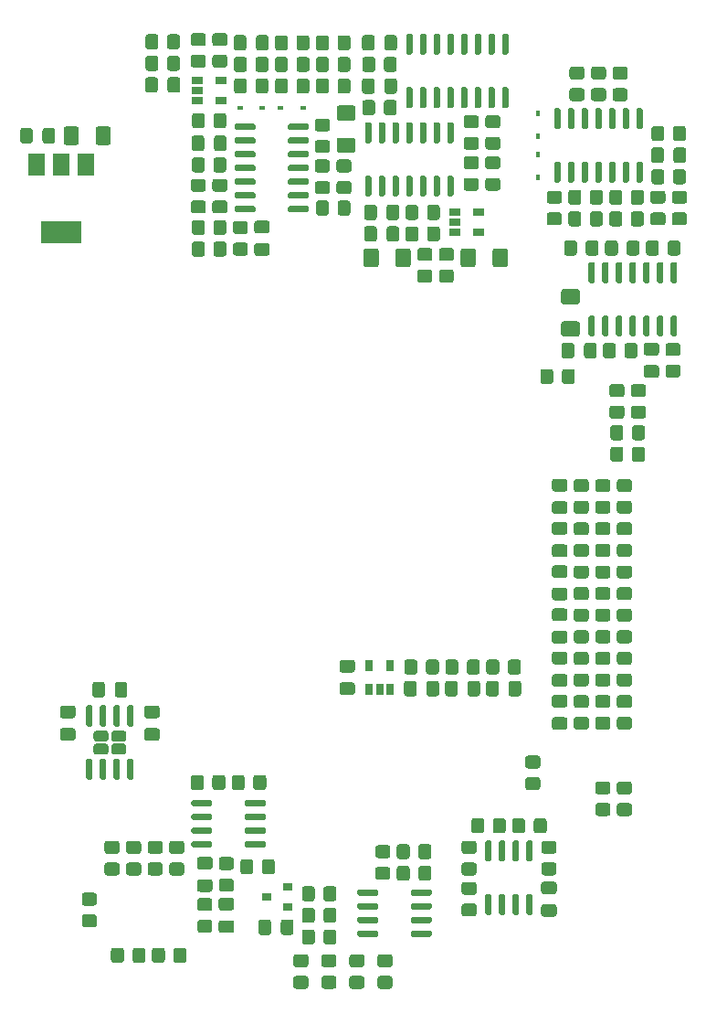
<source format=gbp>
G04 #@! TF.GenerationSoftware,KiCad,Pcbnew,(5.1.9)-1*
G04 #@! TF.CreationDate,2021-08-29T17:24:44+02:00*
G04 #@! TF.ProjectId,pcb,7063622e-6b69-4636-9164-5f7063625858,Rev. A*
G04 #@! TF.SameCoordinates,Original*
G04 #@! TF.FileFunction,Paste,Bot*
G04 #@! TF.FilePolarity,Positive*
%FSLAX46Y46*%
G04 Gerber Fmt 4.6, Leading zero omitted, Abs format (unit mm)*
G04 Created by KiCad (PCBNEW (5.1.9)-1) date 2021-08-29 17:24:44*
%MOMM*%
%LPD*%
G01*
G04 APERTURE LIST*
%ADD10R,0.450000X0.600000*%
%ADD11R,1.060000X0.650000*%
%ADD12R,0.650000X1.060000*%
%ADD13R,1.500000X2.000000*%
%ADD14R,3.800000X2.000000*%
%ADD15R,0.900000X0.800000*%
%ADD16R,0.600000X0.450000*%
G04 APERTURE END LIST*
G36*
G01*
X110650001Y-133100000D02*
X109749999Y-133100000D01*
G75*
G02*
X109500000Y-132850001I0J249999D01*
G01*
X109500000Y-132149999D01*
G75*
G02*
X109749999Y-131900000I249999J0D01*
G01*
X110650001Y-131900000D01*
G75*
G02*
X110900000Y-132149999I0J-249999D01*
G01*
X110900000Y-132850001D01*
G75*
G02*
X110650001Y-133100000I-249999J0D01*
G01*
G37*
G36*
G01*
X110650001Y-135100000D02*
X109749999Y-135100000D01*
G75*
G02*
X109500000Y-134850001I0J249999D01*
G01*
X109500000Y-134149999D01*
G75*
G02*
X109749999Y-133900000I249999J0D01*
G01*
X110650001Y-133900000D01*
G75*
G02*
X110900000Y-134149999I0J-249999D01*
G01*
X110900000Y-134850001D01*
G75*
G02*
X110650001Y-135100000I-249999J0D01*
G01*
G37*
G36*
G01*
X137605000Y-62100000D02*
X137905000Y-62100000D01*
G75*
G02*
X138055000Y-62250000I0J-150000D01*
G01*
X138055000Y-63900000D01*
G75*
G02*
X137905000Y-64050000I-150000J0D01*
G01*
X137605000Y-64050000D01*
G75*
G02*
X137455000Y-63900000I0J150000D01*
G01*
X137455000Y-62250000D01*
G75*
G02*
X137605000Y-62100000I150000J0D01*
G01*
G37*
G36*
G01*
X138875000Y-62100000D02*
X139175000Y-62100000D01*
G75*
G02*
X139325000Y-62250000I0J-150000D01*
G01*
X139325000Y-63900000D01*
G75*
G02*
X139175000Y-64050000I-150000J0D01*
G01*
X138875000Y-64050000D01*
G75*
G02*
X138725000Y-63900000I0J150000D01*
G01*
X138725000Y-62250000D01*
G75*
G02*
X138875000Y-62100000I150000J0D01*
G01*
G37*
G36*
G01*
X140145000Y-62100000D02*
X140445000Y-62100000D01*
G75*
G02*
X140595000Y-62250000I0J-150000D01*
G01*
X140595000Y-63900000D01*
G75*
G02*
X140445000Y-64050000I-150000J0D01*
G01*
X140145000Y-64050000D01*
G75*
G02*
X139995000Y-63900000I0J150000D01*
G01*
X139995000Y-62250000D01*
G75*
G02*
X140145000Y-62100000I150000J0D01*
G01*
G37*
G36*
G01*
X141415000Y-62100000D02*
X141715000Y-62100000D01*
G75*
G02*
X141865000Y-62250000I0J-150000D01*
G01*
X141865000Y-63900000D01*
G75*
G02*
X141715000Y-64050000I-150000J0D01*
G01*
X141415000Y-64050000D01*
G75*
G02*
X141265000Y-63900000I0J150000D01*
G01*
X141265000Y-62250000D01*
G75*
G02*
X141415000Y-62100000I150000J0D01*
G01*
G37*
G36*
G01*
X142685000Y-62100000D02*
X142985000Y-62100000D01*
G75*
G02*
X143135000Y-62250000I0J-150000D01*
G01*
X143135000Y-63900000D01*
G75*
G02*
X142985000Y-64050000I-150000J0D01*
G01*
X142685000Y-64050000D01*
G75*
G02*
X142535000Y-63900000I0J150000D01*
G01*
X142535000Y-62250000D01*
G75*
G02*
X142685000Y-62100000I150000J0D01*
G01*
G37*
G36*
G01*
X143955000Y-62100000D02*
X144255000Y-62100000D01*
G75*
G02*
X144405000Y-62250000I0J-150000D01*
G01*
X144405000Y-63900000D01*
G75*
G02*
X144255000Y-64050000I-150000J0D01*
G01*
X143955000Y-64050000D01*
G75*
G02*
X143805000Y-63900000I0J150000D01*
G01*
X143805000Y-62250000D01*
G75*
G02*
X143955000Y-62100000I150000J0D01*
G01*
G37*
G36*
G01*
X145225000Y-62100000D02*
X145525000Y-62100000D01*
G75*
G02*
X145675000Y-62250000I0J-150000D01*
G01*
X145675000Y-63900000D01*
G75*
G02*
X145525000Y-64050000I-150000J0D01*
G01*
X145225000Y-64050000D01*
G75*
G02*
X145075000Y-63900000I0J150000D01*
G01*
X145075000Y-62250000D01*
G75*
G02*
X145225000Y-62100000I150000J0D01*
G01*
G37*
G36*
G01*
X146495000Y-62100000D02*
X146795000Y-62100000D01*
G75*
G02*
X146945000Y-62250000I0J-150000D01*
G01*
X146945000Y-63900000D01*
G75*
G02*
X146795000Y-64050000I-150000J0D01*
G01*
X146495000Y-64050000D01*
G75*
G02*
X146345000Y-63900000I0J150000D01*
G01*
X146345000Y-62250000D01*
G75*
G02*
X146495000Y-62100000I150000J0D01*
G01*
G37*
G36*
G01*
X146495000Y-57150000D02*
X146795000Y-57150000D01*
G75*
G02*
X146945000Y-57300000I0J-150000D01*
G01*
X146945000Y-58950000D01*
G75*
G02*
X146795000Y-59100000I-150000J0D01*
G01*
X146495000Y-59100000D01*
G75*
G02*
X146345000Y-58950000I0J150000D01*
G01*
X146345000Y-57300000D01*
G75*
G02*
X146495000Y-57150000I150000J0D01*
G01*
G37*
G36*
G01*
X145225000Y-57150000D02*
X145525000Y-57150000D01*
G75*
G02*
X145675000Y-57300000I0J-150000D01*
G01*
X145675000Y-58950000D01*
G75*
G02*
X145525000Y-59100000I-150000J0D01*
G01*
X145225000Y-59100000D01*
G75*
G02*
X145075000Y-58950000I0J150000D01*
G01*
X145075000Y-57300000D01*
G75*
G02*
X145225000Y-57150000I150000J0D01*
G01*
G37*
G36*
G01*
X143955000Y-57150000D02*
X144255000Y-57150000D01*
G75*
G02*
X144405000Y-57300000I0J-150000D01*
G01*
X144405000Y-58950000D01*
G75*
G02*
X144255000Y-59100000I-150000J0D01*
G01*
X143955000Y-59100000D01*
G75*
G02*
X143805000Y-58950000I0J150000D01*
G01*
X143805000Y-57300000D01*
G75*
G02*
X143955000Y-57150000I150000J0D01*
G01*
G37*
G36*
G01*
X142685000Y-57150000D02*
X142985000Y-57150000D01*
G75*
G02*
X143135000Y-57300000I0J-150000D01*
G01*
X143135000Y-58950000D01*
G75*
G02*
X142985000Y-59100000I-150000J0D01*
G01*
X142685000Y-59100000D01*
G75*
G02*
X142535000Y-58950000I0J150000D01*
G01*
X142535000Y-57300000D01*
G75*
G02*
X142685000Y-57150000I150000J0D01*
G01*
G37*
G36*
G01*
X141415000Y-57150000D02*
X141715000Y-57150000D01*
G75*
G02*
X141865000Y-57300000I0J-150000D01*
G01*
X141865000Y-58950000D01*
G75*
G02*
X141715000Y-59100000I-150000J0D01*
G01*
X141415000Y-59100000D01*
G75*
G02*
X141265000Y-58950000I0J150000D01*
G01*
X141265000Y-57300000D01*
G75*
G02*
X141415000Y-57150000I150000J0D01*
G01*
G37*
G36*
G01*
X140145000Y-57150000D02*
X140445000Y-57150000D01*
G75*
G02*
X140595000Y-57300000I0J-150000D01*
G01*
X140595000Y-58950000D01*
G75*
G02*
X140445000Y-59100000I-150000J0D01*
G01*
X140145000Y-59100000D01*
G75*
G02*
X139995000Y-58950000I0J150000D01*
G01*
X139995000Y-57300000D01*
G75*
G02*
X140145000Y-57150000I150000J0D01*
G01*
G37*
G36*
G01*
X138875000Y-57150000D02*
X139175000Y-57150000D01*
G75*
G02*
X139325000Y-57300000I0J-150000D01*
G01*
X139325000Y-58950000D01*
G75*
G02*
X139175000Y-59100000I-150000J0D01*
G01*
X138875000Y-59100000D01*
G75*
G02*
X138725000Y-58950000I0J150000D01*
G01*
X138725000Y-57300000D01*
G75*
G02*
X138875000Y-57150000I150000J0D01*
G01*
G37*
G36*
G01*
X137605000Y-57150000D02*
X137905000Y-57150000D01*
G75*
G02*
X138055000Y-57300000I0J-150000D01*
G01*
X138055000Y-58950000D01*
G75*
G02*
X137905000Y-59100000I-150000J0D01*
G01*
X137605000Y-59100000D01*
G75*
G02*
X137455000Y-58950000I0J150000D01*
G01*
X137455000Y-57300000D01*
G75*
G02*
X137605000Y-57150000I150000J0D01*
G01*
G37*
G36*
G01*
X141710000Y-67300000D02*
X141410000Y-67300000D01*
G75*
G02*
X141260000Y-67150000I0J150000D01*
G01*
X141260000Y-65500000D01*
G75*
G02*
X141410000Y-65350000I150000J0D01*
G01*
X141710000Y-65350000D01*
G75*
G02*
X141860000Y-65500000I0J-150000D01*
G01*
X141860000Y-67150000D01*
G75*
G02*
X141710000Y-67300000I-150000J0D01*
G01*
G37*
G36*
G01*
X140440000Y-67300000D02*
X140140000Y-67300000D01*
G75*
G02*
X139990000Y-67150000I0J150000D01*
G01*
X139990000Y-65500000D01*
G75*
G02*
X140140000Y-65350000I150000J0D01*
G01*
X140440000Y-65350000D01*
G75*
G02*
X140590000Y-65500000I0J-150000D01*
G01*
X140590000Y-67150000D01*
G75*
G02*
X140440000Y-67300000I-150000J0D01*
G01*
G37*
G36*
G01*
X139170000Y-67300000D02*
X138870000Y-67300000D01*
G75*
G02*
X138720000Y-67150000I0J150000D01*
G01*
X138720000Y-65500000D01*
G75*
G02*
X138870000Y-65350000I150000J0D01*
G01*
X139170000Y-65350000D01*
G75*
G02*
X139320000Y-65500000I0J-150000D01*
G01*
X139320000Y-67150000D01*
G75*
G02*
X139170000Y-67300000I-150000J0D01*
G01*
G37*
G36*
G01*
X137900000Y-67300000D02*
X137600000Y-67300000D01*
G75*
G02*
X137450000Y-67150000I0J150000D01*
G01*
X137450000Y-65500000D01*
G75*
G02*
X137600000Y-65350000I150000J0D01*
G01*
X137900000Y-65350000D01*
G75*
G02*
X138050000Y-65500000I0J-150000D01*
G01*
X138050000Y-67150000D01*
G75*
G02*
X137900000Y-67300000I-150000J0D01*
G01*
G37*
G36*
G01*
X136630000Y-67300000D02*
X136330000Y-67300000D01*
G75*
G02*
X136180000Y-67150000I0J150000D01*
G01*
X136180000Y-65500000D01*
G75*
G02*
X136330000Y-65350000I150000J0D01*
G01*
X136630000Y-65350000D01*
G75*
G02*
X136780000Y-65500000I0J-150000D01*
G01*
X136780000Y-67150000D01*
G75*
G02*
X136630000Y-67300000I-150000J0D01*
G01*
G37*
G36*
G01*
X135360000Y-67300000D02*
X135060000Y-67300000D01*
G75*
G02*
X134910000Y-67150000I0J150000D01*
G01*
X134910000Y-65500000D01*
G75*
G02*
X135060000Y-65350000I150000J0D01*
G01*
X135360000Y-65350000D01*
G75*
G02*
X135510000Y-65500000I0J-150000D01*
G01*
X135510000Y-67150000D01*
G75*
G02*
X135360000Y-67300000I-150000J0D01*
G01*
G37*
G36*
G01*
X134090000Y-67300000D02*
X133790000Y-67300000D01*
G75*
G02*
X133640000Y-67150000I0J150000D01*
G01*
X133640000Y-65500000D01*
G75*
G02*
X133790000Y-65350000I150000J0D01*
G01*
X134090000Y-65350000D01*
G75*
G02*
X134240000Y-65500000I0J-150000D01*
G01*
X134240000Y-67150000D01*
G75*
G02*
X134090000Y-67300000I-150000J0D01*
G01*
G37*
G36*
G01*
X134090000Y-72250000D02*
X133790000Y-72250000D01*
G75*
G02*
X133640000Y-72100000I0J150000D01*
G01*
X133640000Y-70450000D01*
G75*
G02*
X133790000Y-70300000I150000J0D01*
G01*
X134090000Y-70300000D01*
G75*
G02*
X134240000Y-70450000I0J-150000D01*
G01*
X134240000Y-72100000D01*
G75*
G02*
X134090000Y-72250000I-150000J0D01*
G01*
G37*
G36*
G01*
X135360000Y-72250000D02*
X135060000Y-72250000D01*
G75*
G02*
X134910000Y-72100000I0J150000D01*
G01*
X134910000Y-70450000D01*
G75*
G02*
X135060000Y-70300000I150000J0D01*
G01*
X135360000Y-70300000D01*
G75*
G02*
X135510000Y-70450000I0J-150000D01*
G01*
X135510000Y-72100000D01*
G75*
G02*
X135360000Y-72250000I-150000J0D01*
G01*
G37*
G36*
G01*
X136630000Y-72250000D02*
X136330000Y-72250000D01*
G75*
G02*
X136180000Y-72100000I0J150000D01*
G01*
X136180000Y-70450000D01*
G75*
G02*
X136330000Y-70300000I150000J0D01*
G01*
X136630000Y-70300000D01*
G75*
G02*
X136780000Y-70450000I0J-150000D01*
G01*
X136780000Y-72100000D01*
G75*
G02*
X136630000Y-72250000I-150000J0D01*
G01*
G37*
G36*
G01*
X137900000Y-72250000D02*
X137600000Y-72250000D01*
G75*
G02*
X137450000Y-72100000I0J150000D01*
G01*
X137450000Y-70450000D01*
G75*
G02*
X137600000Y-70300000I150000J0D01*
G01*
X137900000Y-70300000D01*
G75*
G02*
X138050000Y-70450000I0J-150000D01*
G01*
X138050000Y-72100000D01*
G75*
G02*
X137900000Y-72250000I-150000J0D01*
G01*
G37*
G36*
G01*
X139170000Y-72250000D02*
X138870000Y-72250000D01*
G75*
G02*
X138720000Y-72100000I0J150000D01*
G01*
X138720000Y-70450000D01*
G75*
G02*
X138870000Y-70300000I150000J0D01*
G01*
X139170000Y-70300000D01*
G75*
G02*
X139320000Y-70450000I0J-150000D01*
G01*
X139320000Y-72100000D01*
G75*
G02*
X139170000Y-72250000I-150000J0D01*
G01*
G37*
G36*
G01*
X140440000Y-72250000D02*
X140140000Y-72250000D01*
G75*
G02*
X139990000Y-72100000I0J150000D01*
G01*
X139990000Y-70450000D01*
G75*
G02*
X140140000Y-70300000I150000J0D01*
G01*
X140440000Y-70300000D01*
G75*
G02*
X140590000Y-70450000I0J-150000D01*
G01*
X140590000Y-72100000D01*
G75*
G02*
X140440000Y-72250000I-150000J0D01*
G01*
G37*
G36*
G01*
X141710000Y-72250000D02*
X141410000Y-72250000D01*
G75*
G02*
X141260000Y-72100000I0J150000D01*
G01*
X141260000Y-70450000D01*
G75*
G02*
X141410000Y-70300000I150000J0D01*
G01*
X141710000Y-70300000D01*
G75*
G02*
X141860000Y-70450000I0J-150000D01*
G01*
X141860000Y-72100000D01*
G75*
G02*
X141710000Y-72250000I-150000J0D01*
G01*
G37*
G36*
G01*
X130300000Y-59549999D02*
X130300000Y-60450001D01*
G75*
G02*
X130050001Y-60700000I-249999J0D01*
G01*
X129349999Y-60700000D01*
G75*
G02*
X129100000Y-60450001I0J249999D01*
G01*
X129100000Y-59549999D01*
G75*
G02*
X129349999Y-59300000I249999J0D01*
G01*
X130050001Y-59300000D01*
G75*
G02*
X130300000Y-59549999I0J-249999D01*
G01*
G37*
G36*
G01*
X132300000Y-59549999D02*
X132300000Y-60450001D01*
G75*
G02*
X132050001Y-60700000I-249999J0D01*
G01*
X131349999Y-60700000D01*
G75*
G02*
X131100000Y-60450001I0J249999D01*
G01*
X131100000Y-59549999D01*
G75*
G02*
X131349999Y-59300000I249999J0D01*
G01*
X132050001Y-59300000D01*
G75*
G02*
X132300000Y-59549999I0J-249999D01*
G01*
G37*
G36*
G01*
X149650001Y-125200000D02*
X148749999Y-125200000D01*
G75*
G02*
X148500000Y-124950001I0J249999D01*
G01*
X148500000Y-124249999D01*
G75*
G02*
X148749999Y-124000000I249999J0D01*
G01*
X149650001Y-124000000D01*
G75*
G02*
X149900000Y-124249999I0J-249999D01*
G01*
X149900000Y-124950001D01*
G75*
G02*
X149650001Y-125200000I-249999J0D01*
G01*
G37*
G36*
G01*
X149650001Y-127200000D02*
X148749999Y-127200000D01*
G75*
G02*
X148500000Y-126950001I0J249999D01*
G01*
X148500000Y-126249999D01*
G75*
G02*
X148749999Y-126000000I249999J0D01*
G01*
X149650001Y-126000000D01*
G75*
G02*
X149900000Y-126249999I0J-249999D01*
G01*
X149900000Y-126950001D01*
G75*
G02*
X149650001Y-127200000I-249999J0D01*
G01*
G37*
G36*
G01*
X134900000Y-136545000D02*
X134900000Y-136845000D01*
G75*
G02*
X134750000Y-136995000I-150000J0D01*
G01*
X133100000Y-136995000D01*
G75*
G02*
X132950000Y-136845000I0J150000D01*
G01*
X132950000Y-136545000D01*
G75*
G02*
X133100000Y-136395000I150000J0D01*
G01*
X134750000Y-136395000D01*
G75*
G02*
X134900000Y-136545000I0J-150000D01*
G01*
G37*
G36*
G01*
X134900000Y-137815000D02*
X134900000Y-138115000D01*
G75*
G02*
X134750000Y-138265000I-150000J0D01*
G01*
X133100000Y-138265000D01*
G75*
G02*
X132950000Y-138115000I0J150000D01*
G01*
X132950000Y-137815000D01*
G75*
G02*
X133100000Y-137665000I150000J0D01*
G01*
X134750000Y-137665000D01*
G75*
G02*
X134900000Y-137815000I0J-150000D01*
G01*
G37*
G36*
G01*
X134900000Y-139085000D02*
X134900000Y-139385000D01*
G75*
G02*
X134750000Y-139535000I-150000J0D01*
G01*
X133100000Y-139535000D01*
G75*
G02*
X132950000Y-139385000I0J150000D01*
G01*
X132950000Y-139085000D01*
G75*
G02*
X133100000Y-138935000I150000J0D01*
G01*
X134750000Y-138935000D01*
G75*
G02*
X134900000Y-139085000I0J-150000D01*
G01*
G37*
G36*
G01*
X134900000Y-140355000D02*
X134900000Y-140655000D01*
G75*
G02*
X134750000Y-140805000I-150000J0D01*
G01*
X133100000Y-140805000D01*
G75*
G02*
X132950000Y-140655000I0J150000D01*
G01*
X132950000Y-140355000D01*
G75*
G02*
X133100000Y-140205000I150000J0D01*
G01*
X134750000Y-140205000D01*
G75*
G02*
X134900000Y-140355000I0J-150000D01*
G01*
G37*
G36*
G01*
X139850000Y-140355000D02*
X139850000Y-140655000D01*
G75*
G02*
X139700000Y-140805000I-150000J0D01*
G01*
X138050000Y-140805000D01*
G75*
G02*
X137900000Y-140655000I0J150000D01*
G01*
X137900000Y-140355000D01*
G75*
G02*
X138050000Y-140205000I150000J0D01*
G01*
X139700000Y-140205000D01*
G75*
G02*
X139850000Y-140355000I0J-150000D01*
G01*
G37*
G36*
G01*
X139850000Y-139085000D02*
X139850000Y-139385000D01*
G75*
G02*
X139700000Y-139535000I-150000J0D01*
G01*
X138050000Y-139535000D01*
G75*
G02*
X137900000Y-139385000I0J150000D01*
G01*
X137900000Y-139085000D01*
G75*
G02*
X138050000Y-138935000I150000J0D01*
G01*
X139700000Y-138935000D01*
G75*
G02*
X139850000Y-139085000I0J-150000D01*
G01*
G37*
G36*
G01*
X139850000Y-137815000D02*
X139850000Y-138115000D01*
G75*
G02*
X139700000Y-138265000I-150000J0D01*
G01*
X138050000Y-138265000D01*
G75*
G02*
X137900000Y-138115000I0J150000D01*
G01*
X137900000Y-137815000D01*
G75*
G02*
X138050000Y-137665000I150000J0D01*
G01*
X139700000Y-137665000D01*
G75*
G02*
X139850000Y-137815000I0J-150000D01*
G01*
G37*
G36*
G01*
X139850000Y-136545000D02*
X139850000Y-136845000D01*
G75*
G02*
X139700000Y-136995000I-150000J0D01*
G01*
X138050000Y-136995000D01*
G75*
G02*
X137900000Y-136845000I0J150000D01*
G01*
X137900000Y-136545000D01*
G75*
G02*
X138050000Y-136395000I150000J0D01*
G01*
X139700000Y-136395000D01*
G75*
G02*
X139850000Y-136545000I0J-150000D01*
G01*
G37*
G36*
G01*
X153700000Y-73849999D02*
X153700000Y-74750001D01*
G75*
G02*
X153450001Y-75000000I-249999J0D01*
G01*
X152749999Y-75000000D01*
G75*
G02*
X152500000Y-74750001I0J249999D01*
G01*
X152500000Y-73849999D01*
G75*
G02*
X152749999Y-73600000I249999J0D01*
G01*
X153450001Y-73600000D01*
G75*
G02*
X153700000Y-73849999I0J-249999D01*
G01*
G37*
G36*
G01*
X155700000Y-73849999D02*
X155700000Y-74750001D01*
G75*
G02*
X155450001Y-75000000I-249999J0D01*
G01*
X154749999Y-75000000D01*
G75*
G02*
X154500000Y-74750001I0J249999D01*
G01*
X154500000Y-73849999D01*
G75*
G02*
X154749999Y-73600000I249999J0D01*
G01*
X155450001Y-73600000D01*
G75*
G02*
X155700000Y-73849999I0J-249999D01*
G01*
G37*
G36*
G01*
X160675000Y-86950000D02*
X159725000Y-86950000D01*
G75*
G02*
X159475000Y-86700000I0J250000D01*
G01*
X159475000Y-86025000D01*
G75*
G02*
X159725000Y-85775000I250000J0D01*
G01*
X160675000Y-85775000D01*
G75*
G02*
X160925000Y-86025000I0J-250000D01*
G01*
X160925000Y-86700000D01*
G75*
G02*
X160675000Y-86950000I-250000J0D01*
G01*
G37*
G36*
G01*
X160675000Y-89025000D02*
X159725000Y-89025000D01*
G75*
G02*
X159475000Y-88775000I0J250000D01*
G01*
X159475000Y-88100000D01*
G75*
G02*
X159725000Y-87850000I250000J0D01*
G01*
X160675000Y-87850000D01*
G75*
G02*
X160925000Y-88100000I0J-250000D01*
G01*
X160925000Y-88775000D01*
G75*
G02*
X160675000Y-89025000I-250000J0D01*
G01*
G37*
G36*
G01*
X152075000Y-83775000D02*
X153325000Y-83775000D01*
G75*
G02*
X153575000Y-84025000I0J-250000D01*
G01*
X153575000Y-84950000D01*
G75*
G02*
X153325000Y-85200000I-250000J0D01*
G01*
X152075000Y-85200000D01*
G75*
G02*
X151825000Y-84950000I0J250000D01*
G01*
X151825000Y-84025000D01*
G75*
G02*
X152075000Y-83775000I250000J0D01*
G01*
G37*
G36*
G01*
X152075000Y-80800000D02*
X153325000Y-80800000D01*
G75*
G02*
X153575000Y-81050000I0J-250000D01*
G01*
X153575000Y-81975000D01*
G75*
G02*
X153325000Y-82225000I-250000J0D01*
G01*
X152075000Y-82225000D01*
G75*
G02*
X151825000Y-81975000I0J250000D01*
G01*
X151825000Y-81050000D01*
G75*
G02*
X152075000Y-80800000I250000J0D01*
G01*
G37*
G36*
G01*
X162250000Y-68875000D02*
X162250000Y-67925000D01*
G75*
G02*
X162500000Y-67675000I250000J0D01*
G01*
X163175000Y-67675000D01*
G75*
G02*
X163425000Y-67925000I0J-250000D01*
G01*
X163425000Y-68875000D01*
G75*
G02*
X163175000Y-69125000I-250000J0D01*
G01*
X162500000Y-69125000D01*
G75*
G02*
X162250000Y-68875000I0J250000D01*
G01*
G37*
G36*
G01*
X160175000Y-68875000D02*
X160175000Y-67925000D01*
G75*
G02*
X160425000Y-67675000I250000J0D01*
G01*
X161100000Y-67675000D01*
G75*
G02*
X161350000Y-67925000I0J-250000D01*
G01*
X161350000Y-68875000D01*
G75*
G02*
X161100000Y-69125000I-250000J0D01*
G01*
X160425000Y-69125000D01*
G75*
G02*
X160175000Y-68875000I0J250000D01*
G01*
G37*
G36*
G01*
X153950000Y-86975000D02*
X153950000Y-86025000D01*
G75*
G02*
X154200000Y-85775000I250000J0D01*
G01*
X154875000Y-85775000D01*
G75*
G02*
X155125000Y-86025000I0J-250000D01*
G01*
X155125000Y-86975000D01*
G75*
G02*
X154875000Y-87225000I-250000J0D01*
G01*
X154200000Y-87225000D01*
G75*
G02*
X153950000Y-86975000I0J250000D01*
G01*
G37*
G36*
G01*
X151875000Y-86975000D02*
X151875000Y-86025000D01*
G75*
G02*
X152125000Y-85775000I250000J0D01*
G01*
X152800000Y-85775000D01*
G75*
G02*
X153050000Y-86025000I0J-250000D01*
G01*
X153050000Y-86975000D01*
G75*
G02*
X152800000Y-87225000I-250000J0D01*
G01*
X152125000Y-87225000D01*
G75*
G02*
X151875000Y-86975000I0J250000D01*
G01*
G37*
D10*
X149700000Y-68350000D03*
X149700000Y-70450000D03*
X149700000Y-64550000D03*
X149700000Y-66650000D03*
G36*
G01*
X157100000Y-76549999D02*
X157100000Y-77450001D01*
G75*
G02*
X156850001Y-77700000I-249999J0D01*
G01*
X156149999Y-77700000D01*
G75*
G02*
X155900000Y-77450001I0J249999D01*
G01*
X155900000Y-76549999D01*
G75*
G02*
X156149999Y-76300000I249999J0D01*
G01*
X156850001Y-76300000D01*
G75*
G02*
X157100000Y-76549999I0J-249999D01*
G01*
G37*
G36*
G01*
X159100000Y-76549999D02*
X159100000Y-77450001D01*
G75*
G02*
X158850001Y-77700000I-249999J0D01*
G01*
X158149999Y-77700000D01*
G75*
G02*
X157900000Y-77450001I0J249999D01*
G01*
X157900000Y-76549999D01*
G75*
G02*
X158149999Y-76300000I249999J0D01*
G01*
X158850001Y-76300000D01*
G75*
G02*
X159100000Y-76549999I0J-249999D01*
G01*
G37*
G36*
G01*
X150749999Y-73700000D02*
X151650001Y-73700000D01*
G75*
G02*
X151900000Y-73949999I0J-249999D01*
G01*
X151900000Y-74650001D01*
G75*
G02*
X151650001Y-74900000I-249999J0D01*
G01*
X150749999Y-74900000D01*
G75*
G02*
X150500000Y-74650001I0J249999D01*
G01*
X150500000Y-73949999D01*
G75*
G02*
X150749999Y-73700000I249999J0D01*
G01*
G37*
G36*
G01*
X150749999Y-71700000D02*
X151650001Y-71700000D01*
G75*
G02*
X151900000Y-71949999I0J-249999D01*
G01*
X151900000Y-72650001D01*
G75*
G02*
X151650001Y-72900000I-249999J0D01*
G01*
X150749999Y-72900000D01*
G75*
G02*
X150500000Y-72650001I0J249999D01*
G01*
X150500000Y-71949999D01*
G75*
G02*
X150749999Y-71700000I249999J0D01*
G01*
G37*
G36*
G01*
X162650001Y-87000000D02*
X161749999Y-87000000D01*
G75*
G02*
X161500000Y-86750001I0J249999D01*
G01*
X161500000Y-86049999D01*
G75*
G02*
X161749999Y-85800000I249999J0D01*
G01*
X162650001Y-85800000D01*
G75*
G02*
X162900000Y-86049999I0J-249999D01*
G01*
X162900000Y-86750001D01*
G75*
G02*
X162650001Y-87000000I-249999J0D01*
G01*
G37*
G36*
G01*
X162650001Y-89000000D02*
X161749999Y-89000000D01*
G75*
G02*
X161500000Y-88750001I0J249999D01*
G01*
X161500000Y-88049999D01*
G75*
G02*
X161749999Y-87800000I249999J0D01*
G01*
X162650001Y-87800000D01*
G75*
G02*
X162900000Y-88049999I0J-249999D01*
G01*
X162900000Y-88750001D01*
G75*
G02*
X162650001Y-89000000I-249999J0D01*
G01*
G37*
G36*
G01*
X157700000Y-86950001D02*
X157700000Y-86049999D01*
G75*
G02*
X157949999Y-85800000I249999J0D01*
G01*
X158650001Y-85800000D01*
G75*
G02*
X158900000Y-86049999I0J-249999D01*
G01*
X158900000Y-86950001D01*
G75*
G02*
X158650001Y-87200000I-249999J0D01*
G01*
X157949999Y-87200000D01*
G75*
G02*
X157700000Y-86950001I0J249999D01*
G01*
G37*
G36*
G01*
X155700000Y-86950001D02*
X155700000Y-86049999D01*
G75*
G02*
X155949999Y-85800000I249999J0D01*
G01*
X156650001Y-85800000D01*
G75*
G02*
X156900000Y-86049999I0J-249999D01*
G01*
X156900000Y-86950001D01*
G75*
G02*
X156650001Y-87200000I-249999J0D01*
G01*
X155949999Y-87200000D01*
G75*
G02*
X155700000Y-86950001I0J249999D01*
G01*
G37*
G36*
G01*
X153300000Y-76549999D02*
X153300000Y-77450001D01*
G75*
G02*
X153050001Y-77700000I-249999J0D01*
G01*
X152349999Y-77700000D01*
G75*
G02*
X152100000Y-77450001I0J249999D01*
G01*
X152100000Y-76549999D01*
G75*
G02*
X152349999Y-76300000I249999J0D01*
G01*
X153050001Y-76300000D01*
G75*
G02*
X153300000Y-76549999I0J-249999D01*
G01*
G37*
G36*
G01*
X155300000Y-76549999D02*
X155300000Y-77450001D01*
G75*
G02*
X155050001Y-77700000I-249999J0D01*
G01*
X154349999Y-77700000D01*
G75*
G02*
X154100000Y-77450001I0J249999D01*
G01*
X154100000Y-76549999D01*
G75*
G02*
X154349999Y-76300000I249999J0D01*
G01*
X155050001Y-76300000D01*
G75*
G02*
X155300000Y-76549999I0J-249999D01*
G01*
G37*
G36*
G01*
X160900000Y-76549999D02*
X160900000Y-77450001D01*
G75*
G02*
X160650001Y-77700000I-249999J0D01*
G01*
X159949999Y-77700000D01*
G75*
G02*
X159700000Y-77450001I0J249999D01*
G01*
X159700000Y-76549999D01*
G75*
G02*
X159949999Y-76300000I249999J0D01*
G01*
X160650001Y-76300000D01*
G75*
G02*
X160900000Y-76549999I0J-249999D01*
G01*
G37*
G36*
G01*
X162900000Y-76549999D02*
X162900000Y-77450001D01*
G75*
G02*
X162650001Y-77700000I-249999J0D01*
G01*
X161949999Y-77700000D01*
G75*
G02*
X161700000Y-77450001I0J249999D01*
G01*
X161700000Y-76549999D01*
G75*
G02*
X161949999Y-76300000I249999J0D01*
G01*
X162650001Y-76300000D01*
G75*
G02*
X162900000Y-76549999I0J-249999D01*
G01*
G37*
G36*
G01*
X157750001Y-61400000D02*
X156849999Y-61400000D01*
G75*
G02*
X156600000Y-61150001I0J249999D01*
G01*
X156600000Y-60449999D01*
G75*
G02*
X156849999Y-60200000I249999J0D01*
G01*
X157750001Y-60200000D01*
G75*
G02*
X158000000Y-60449999I0J-249999D01*
G01*
X158000000Y-61150001D01*
G75*
G02*
X157750001Y-61400000I-249999J0D01*
G01*
G37*
G36*
G01*
X157750001Y-63400000D02*
X156849999Y-63400000D01*
G75*
G02*
X156600000Y-63150001I0J249999D01*
G01*
X156600000Y-62449999D01*
G75*
G02*
X156849999Y-62200000I249999J0D01*
G01*
X157750001Y-62200000D01*
G75*
G02*
X158000000Y-62449999I0J-249999D01*
G01*
X158000000Y-63150001D01*
G75*
G02*
X157750001Y-63400000I-249999J0D01*
G01*
G37*
G36*
G01*
X155750001Y-61400000D02*
X154849999Y-61400000D01*
G75*
G02*
X154600000Y-61150001I0J249999D01*
G01*
X154600000Y-60449999D01*
G75*
G02*
X154849999Y-60200000I249999J0D01*
G01*
X155750001Y-60200000D01*
G75*
G02*
X156000000Y-60449999I0J-249999D01*
G01*
X156000000Y-61150001D01*
G75*
G02*
X155750001Y-61400000I-249999J0D01*
G01*
G37*
G36*
G01*
X155750001Y-63400000D02*
X154849999Y-63400000D01*
G75*
G02*
X154600000Y-63150001I0J249999D01*
G01*
X154600000Y-62449999D01*
G75*
G02*
X154849999Y-62200000I249999J0D01*
G01*
X155750001Y-62200000D01*
G75*
G02*
X156000000Y-62449999I0J-249999D01*
G01*
X156000000Y-63150001D01*
G75*
G02*
X155750001Y-63400000I-249999J0D01*
G01*
G37*
G36*
G01*
X161250001Y-72900000D02*
X160349999Y-72900000D01*
G75*
G02*
X160100000Y-72650001I0J249999D01*
G01*
X160100000Y-71949999D01*
G75*
G02*
X160349999Y-71700000I249999J0D01*
G01*
X161250001Y-71700000D01*
G75*
G02*
X161500000Y-71949999I0J-249999D01*
G01*
X161500000Y-72650001D01*
G75*
G02*
X161250001Y-72900000I-249999J0D01*
G01*
G37*
G36*
G01*
X161250001Y-74900000D02*
X160349999Y-74900000D01*
G75*
G02*
X160100000Y-74650001I0J249999D01*
G01*
X160100000Y-73949999D01*
G75*
G02*
X160349999Y-73700000I249999J0D01*
G01*
X161250001Y-73700000D01*
G75*
G02*
X161500000Y-73949999I0J-249999D01*
G01*
X161500000Y-74650001D01*
G75*
G02*
X161250001Y-74900000I-249999J0D01*
G01*
G37*
G36*
G01*
X162349999Y-73700000D02*
X163250001Y-73700000D01*
G75*
G02*
X163500000Y-73949999I0J-249999D01*
G01*
X163500000Y-74650001D01*
G75*
G02*
X163250001Y-74900000I-249999J0D01*
G01*
X162349999Y-74900000D01*
G75*
G02*
X162100000Y-74650001I0J249999D01*
G01*
X162100000Y-73949999D01*
G75*
G02*
X162349999Y-73700000I249999J0D01*
G01*
G37*
G36*
G01*
X162349999Y-71700000D02*
X163250001Y-71700000D01*
G75*
G02*
X163500000Y-71949999I0J-249999D01*
G01*
X163500000Y-72650001D01*
G75*
G02*
X163250001Y-72900000I-249999J0D01*
G01*
X162349999Y-72900000D01*
G75*
G02*
X162100000Y-72650001I0J249999D01*
G01*
X162100000Y-71949999D01*
G75*
G02*
X162349999Y-71700000I249999J0D01*
G01*
G37*
G36*
G01*
X161400000Y-69949999D02*
X161400000Y-70850001D01*
G75*
G02*
X161150001Y-71100000I-249999J0D01*
G01*
X160449999Y-71100000D01*
G75*
G02*
X160200000Y-70850001I0J249999D01*
G01*
X160200000Y-69949999D01*
G75*
G02*
X160449999Y-69700000I249999J0D01*
G01*
X161150001Y-69700000D01*
G75*
G02*
X161400000Y-69949999I0J-249999D01*
G01*
G37*
G36*
G01*
X163400000Y-69949999D02*
X163400000Y-70850001D01*
G75*
G02*
X163150001Y-71100000I-249999J0D01*
G01*
X162449999Y-71100000D01*
G75*
G02*
X162200000Y-70850001I0J249999D01*
G01*
X162200000Y-69949999D01*
G75*
G02*
X162449999Y-69700000I249999J0D01*
G01*
X163150001Y-69700000D01*
G75*
G02*
X163400000Y-69949999I0J-249999D01*
G01*
G37*
G36*
G01*
X156549999Y-89600000D02*
X157450001Y-89600000D01*
G75*
G02*
X157700000Y-89849999I0J-249999D01*
G01*
X157700000Y-90550001D01*
G75*
G02*
X157450001Y-90800000I-249999J0D01*
G01*
X156549999Y-90800000D01*
G75*
G02*
X156300000Y-90550001I0J249999D01*
G01*
X156300000Y-89849999D01*
G75*
G02*
X156549999Y-89600000I249999J0D01*
G01*
G37*
G36*
G01*
X156549999Y-91600000D02*
X157450001Y-91600000D01*
G75*
G02*
X157700000Y-91849999I0J-249999D01*
G01*
X157700000Y-92550001D01*
G75*
G02*
X157450001Y-92800000I-249999J0D01*
G01*
X156549999Y-92800000D01*
G75*
G02*
X156300000Y-92550001I0J249999D01*
G01*
X156300000Y-91849999D01*
G75*
G02*
X156549999Y-91600000I249999J0D01*
G01*
G37*
G36*
G01*
X158400000Y-94550001D02*
X158400000Y-93649999D01*
G75*
G02*
X158649999Y-93400000I249999J0D01*
G01*
X159350001Y-93400000D01*
G75*
G02*
X159600000Y-93649999I0J-249999D01*
G01*
X159600000Y-94550001D01*
G75*
G02*
X159350001Y-94800000I-249999J0D01*
G01*
X158649999Y-94800000D01*
G75*
G02*
X158400000Y-94550001I0J249999D01*
G01*
G37*
G36*
G01*
X156400000Y-94550001D02*
X156400000Y-93649999D01*
G75*
G02*
X156649999Y-93400000I249999J0D01*
G01*
X157350001Y-93400000D01*
G75*
G02*
X157600000Y-93649999I0J-249999D01*
G01*
X157600000Y-94550001D01*
G75*
G02*
X157350001Y-94800000I-249999J0D01*
G01*
X156649999Y-94800000D01*
G75*
G02*
X156400000Y-94550001I0J249999D01*
G01*
G37*
G36*
G01*
X152849999Y-62200000D02*
X153750001Y-62200000D01*
G75*
G02*
X154000000Y-62449999I0J-249999D01*
G01*
X154000000Y-63150001D01*
G75*
G02*
X153750001Y-63400000I-249999J0D01*
G01*
X152849999Y-63400000D01*
G75*
G02*
X152600000Y-63150001I0J249999D01*
G01*
X152600000Y-62449999D01*
G75*
G02*
X152849999Y-62200000I249999J0D01*
G01*
G37*
G36*
G01*
X152849999Y-60200000D02*
X153750001Y-60200000D01*
G75*
G02*
X154000000Y-60449999I0J-249999D01*
G01*
X154000000Y-61150001D01*
G75*
G02*
X153750001Y-61400000I-249999J0D01*
G01*
X152849999Y-61400000D01*
G75*
G02*
X152600000Y-61150001I0J249999D01*
G01*
X152600000Y-60449999D01*
G75*
G02*
X152849999Y-60200000I249999J0D01*
G01*
G37*
G36*
G01*
X159500000Y-73849999D02*
X159500000Y-74750001D01*
G75*
G02*
X159250001Y-75000000I-249999J0D01*
G01*
X158549999Y-75000000D01*
G75*
G02*
X158300000Y-74750001I0J249999D01*
G01*
X158300000Y-73849999D01*
G75*
G02*
X158549999Y-73600000I249999J0D01*
G01*
X159250001Y-73600000D01*
G75*
G02*
X159500000Y-73849999I0J-249999D01*
G01*
G37*
G36*
G01*
X157500000Y-73849999D02*
X157500000Y-74750001D01*
G75*
G02*
X157250001Y-75000000I-249999J0D01*
G01*
X156549999Y-75000000D01*
G75*
G02*
X156300000Y-74750001I0J249999D01*
G01*
X156300000Y-73849999D01*
G75*
G02*
X156549999Y-73600000I249999J0D01*
G01*
X157250001Y-73600000D01*
G75*
G02*
X157500000Y-73849999I0J-249999D01*
G01*
G37*
G36*
G01*
X153700000Y-71849999D02*
X153700000Y-72750001D01*
G75*
G02*
X153450001Y-73000000I-249999J0D01*
G01*
X152749999Y-73000000D01*
G75*
G02*
X152500000Y-72750001I0J249999D01*
G01*
X152500000Y-71849999D01*
G75*
G02*
X152749999Y-71600000I249999J0D01*
G01*
X153450001Y-71600000D01*
G75*
G02*
X153700000Y-71849999I0J-249999D01*
G01*
G37*
G36*
G01*
X155700000Y-71849999D02*
X155700000Y-72750001D01*
G75*
G02*
X155450001Y-73000000I-249999J0D01*
G01*
X154749999Y-73000000D01*
G75*
G02*
X154500000Y-72750001I0J249999D01*
G01*
X154500000Y-71849999D01*
G75*
G02*
X154749999Y-71600000I249999J0D01*
G01*
X155450001Y-71600000D01*
G75*
G02*
X155700000Y-71849999I0J-249999D01*
G01*
G37*
G36*
G01*
X158400000Y-96550001D02*
X158400000Y-95649999D01*
G75*
G02*
X158649999Y-95400000I249999J0D01*
G01*
X159350001Y-95400000D01*
G75*
G02*
X159600000Y-95649999I0J-249999D01*
G01*
X159600000Y-96550001D01*
G75*
G02*
X159350001Y-96800000I-249999J0D01*
G01*
X158649999Y-96800000D01*
G75*
G02*
X158400000Y-96550001I0J249999D01*
G01*
G37*
G36*
G01*
X156400000Y-96550001D02*
X156400000Y-95649999D01*
G75*
G02*
X156649999Y-95400000I249999J0D01*
G01*
X157350001Y-95400000D01*
G75*
G02*
X157600000Y-95649999I0J-249999D01*
G01*
X157600000Y-96550001D01*
G75*
G02*
X157350001Y-96800000I-249999J0D01*
G01*
X156649999Y-96800000D01*
G75*
G02*
X156400000Y-96550001I0J249999D01*
G01*
G37*
G36*
G01*
X157500000Y-71849999D02*
X157500000Y-72750001D01*
G75*
G02*
X157250001Y-73000000I-249999J0D01*
G01*
X156549999Y-73000000D01*
G75*
G02*
X156300000Y-72750001I0J249999D01*
G01*
X156300000Y-71849999D01*
G75*
G02*
X156549999Y-71600000I249999J0D01*
G01*
X157250001Y-71600000D01*
G75*
G02*
X157500000Y-71849999I0J-249999D01*
G01*
G37*
G36*
G01*
X159500000Y-71849999D02*
X159500000Y-72750001D01*
G75*
G02*
X159250001Y-73000000I-249999J0D01*
G01*
X158549999Y-73000000D01*
G75*
G02*
X158300000Y-72750001I0J249999D01*
G01*
X158300000Y-71849999D01*
G75*
G02*
X158549999Y-71600000I249999J0D01*
G01*
X159250001Y-71600000D01*
G75*
G02*
X159500000Y-71849999I0J-249999D01*
G01*
G37*
G36*
G01*
X162200000Y-66850001D02*
X162200000Y-65949999D01*
G75*
G02*
X162449999Y-65700000I249999J0D01*
G01*
X163150001Y-65700000D01*
G75*
G02*
X163400000Y-65949999I0J-249999D01*
G01*
X163400000Y-66850001D01*
G75*
G02*
X163150001Y-67100000I-249999J0D01*
G01*
X162449999Y-67100000D01*
G75*
G02*
X162200000Y-66850001I0J249999D01*
G01*
G37*
G36*
G01*
X160200000Y-66850001D02*
X160200000Y-65949999D01*
G75*
G02*
X160449999Y-65700000I249999J0D01*
G01*
X161150001Y-65700000D01*
G75*
G02*
X161400000Y-65949999I0J-249999D01*
G01*
X161400000Y-66850001D01*
G75*
G02*
X161150001Y-67100000I-249999J0D01*
G01*
X160449999Y-67100000D01*
G75*
G02*
X160200000Y-66850001I0J249999D01*
G01*
G37*
G36*
G01*
X159450001Y-90800000D02*
X158549999Y-90800000D01*
G75*
G02*
X158300000Y-90550001I0J249999D01*
G01*
X158300000Y-89849999D01*
G75*
G02*
X158549999Y-89600000I249999J0D01*
G01*
X159450001Y-89600000D01*
G75*
G02*
X159700000Y-89849999I0J-249999D01*
G01*
X159700000Y-90550001D01*
G75*
G02*
X159450001Y-90800000I-249999J0D01*
G01*
G37*
G36*
G01*
X159450001Y-92800000D02*
X158549999Y-92800000D01*
G75*
G02*
X158300000Y-92550001I0J249999D01*
G01*
X158300000Y-91849999D01*
G75*
G02*
X158549999Y-91600000I249999J0D01*
G01*
X159450001Y-91600000D01*
G75*
G02*
X159700000Y-91849999I0J-249999D01*
G01*
X159700000Y-92550001D01*
G75*
G02*
X159450001Y-92800000I-249999J0D01*
G01*
G37*
G36*
G01*
X162440000Y-80240000D02*
X162140000Y-80240000D01*
G75*
G02*
X161990000Y-80090000I0J150000D01*
G01*
X161990000Y-78440000D01*
G75*
G02*
X162140000Y-78290000I150000J0D01*
G01*
X162440000Y-78290000D01*
G75*
G02*
X162590000Y-78440000I0J-150000D01*
G01*
X162590000Y-80090000D01*
G75*
G02*
X162440000Y-80240000I-150000J0D01*
G01*
G37*
G36*
G01*
X161170000Y-80240000D02*
X160870000Y-80240000D01*
G75*
G02*
X160720000Y-80090000I0J150000D01*
G01*
X160720000Y-78440000D01*
G75*
G02*
X160870000Y-78290000I150000J0D01*
G01*
X161170000Y-78290000D01*
G75*
G02*
X161320000Y-78440000I0J-150000D01*
G01*
X161320000Y-80090000D01*
G75*
G02*
X161170000Y-80240000I-150000J0D01*
G01*
G37*
G36*
G01*
X159900000Y-80240000D02*
X159600000Y-80240000D01*
G75*
G02*
X159450000Y-80090000I0J150000D01*
G01*
X159450000Y-78440000D01*
G75*
G02*
X159600000Y-78290000I150000J0D01*
G01*
X159900000Y-78290000D01*
G75*
G02*
X160050000Y-78440000I0J-150000D01*
G01*
X160050000Y-80090000D01*
G75*
G02*
X159900000Y-80240000I-150000J0D01*
G01*
G37*
G36*
G01*
X158630000Y-80240000D02*
X158330000Y-80240000D01*
G75*
G02*
X158180000Y-80090000I0J150000D01*
G01*
X158180000Y-78440000D01*
G75*
G02*
X158330000Y-78290000I150000J0D01*
G01*
X158630000Y-78290000D01*
G75*
G02*
X158780000Y-78440000I0J-150000D01*
G01*
X158780000Y-80090000D01*
G75*
G02*
X158630000Y-80240000I-150000J0D01*
G01*
G37*
G36*
G01*
X157360000Y-80240000D02*
X157060000Y-80240000D01*
G75*
G02*
X156910000Y-80090000I0J150000D01*
G01*
X156910000Y-78440000D01*
G75*
G02*
X157060000Y-78290000I150000J0D01*
G01*
X157360000Y-78290000D01*
G75*
G02*
X157510000Y-78440000I0J-150000D01*
G01*
X157510000Y-80090000D01*
G75*
G02*
X157360000Y-80240000I-150000J0D01*
G01*
G37*
G36*
G01*
X156090000Y-80240000D02*
X155790000Y-80240000D01*
G75*
G02*
X155640000Y-80090000I0J150000D01*
G01*
X155640000Y-78440000D01*
G75*
G02*
X155790000Y-78290000I150000J0D01*
G01*
X156090000Y-78290000D01*
G75*
G02*
X156240000Y-78440000I0J-150000D01*
G01*
X156240000Y-80090000D01*
G75*
G02*
X156090000Y-80240000I-150000J0D01*
G01*
G37*
G36*
G01*
X154820000Y-80240000D02*
X154520000Y-80240000D01*
G75*
G02*
X154370000Y-80090000I0J150000D01*
G01*
X154370000Y-78440000D01*
G75*
G02*
X154520000Y-78290000I150000J0D01*
G01*
X154820000Y-78290000D01*
G75*
G02*
X154970000Y-78440000I0J-150000D01*
G01*
X154970000Y-80090000D01*
G75*
G02*
X154820000Y-80240000I-150000J0D01*
G01*
G37*
G36*
G01*
X154820000Y-85190000D02*
X154520000Y-85190000D01*
G75*
G02*
X154370000Y-85040000I0J150000D01*
G01*
X154370000Y-83390000D01*
G75*
G02*
X154520000Y-83240000I150000J0D01*
G01*
X154820000Y-83240000D01*
G75*
G02*
X154970000Y-83390000I0J-150000D01*
G01*
X154970000Y-85040000D01*
G75*
G02*
X154820000Y-85190000I-150000J0D01*
G01*
G37*
G36*
G01*
X156090000Y-85190000D02*
X155790000Y-85190000D01*
G75*
G02*
X155640000Y-85040000I0J150000D01*
G01*
X155640000Y-83390000D01*
G75*
G02*
X155790000Y-83240000I150000J0D01*
G01*
X156090000Y-83240000D01*
G75*
G02*
X156240000Y-83390000I0J-150000D01*
G01*
X156240000Y-85040000D01*
G75*
G02*
X156090000Y-85190000I-150000J0D01*
G01*
G37*
G36*
G01*
X157360000Y-85190000D02*
X157060000Y-85190000D01*
G75*
G02*
X156910000Y-85040000I0J150000D01*
G01*
X156910000Y-83390000D01*
G75*
G02*
X157060000Y-83240000I150000J0D01*
G01*
X157360000Y-83240000D01*
G75*
G02*
X157510000Y-83390000I0J-150000D01*
G01*
X157510000Y-85040000D01*
G75*
G02*
X157360000Y-85190000I-150000J0D01*
G01*
G37*
G36*
G01*
X158630000Y-85190000D02*
X158330000Y-85190000D01*
G75*
G02*
X158180000Y-85040000I0J150000D01*
G01*
X158180000Y-83390000D01*
G75*
G02*
X158330000Y-83240000I150000J0D01*
G01*
X158630000Y-83240000D01*
G75*
G02*
X158780000Y-83390000I0J-150000D01*
G01*
X158780000Y-85040000D01*
G75*
G02*
X158630000Y-85190000I-150000J0D01*
G01*
G37*
G36*
G01*
X159900000Y-85190000D02*
X159600000Y-85190000D01*
G75*
G02*
X159450000Y-85040000I0J150000D01*
G01*
X159450000Y-83390000D01*
G75*
G02*
X159600000Y-83240000I150000J0D01*
G01*
X159900000Y-83240000D01*
G75*
G02*
X160050000Y-83390000I0J-150000D01*
G01*
X160050000Y-85040000D01*
G75*
G02*
X159900000Y-85190000I-150000J0D01*
G01*
G37*
G36*
G01*
X161170000Y-85190000D02*
X160870000Y-85190000D01*
G75*
G02*
X160720000Y-85040000I0J150000D01*
G01*
X160720000Y-83390000D01*
G75*
G02*
X160870000Y-83240000I150000J0D01*
G01*
X161170000Y-83240000D01*
G75*
G02*
X161320000Y-83390000I0J-150000D01*
G01*
X161320000Y-85040000D01*
G75*
G02*
X161170000Y-85190000I-150000J0D01*
G01*
G37*
G36*
G01*
X162440000Y-85190000D02*
X162140000Y-85190000D01*
G75*
G02*
X161990000Y-85040000I0J150000D01*
G01*
X161990000Y-83390000D01*
G75*
G02*
X162140000Y-83240000I150000J0D01*
G01*
X162440000Y-83240000D01*
G75*
G02*
X162590000Y-83390000I0J-150000D01*
G01*
X162590000Y-85040000D01*
G75*
G02*
X162440000Y-85190000I-150000J0D01*
G01*
G37*
G36*
G01*
X151340000Y-69000000D02*
X151640000Y-69000000D01*
G75*
G02*
X151790000Y-69150000I0J-150000D01*
G01*
X151790000Y-70800000D01*
G75*
G02*
X151640000Y-70950000I-150000J0D01*
G01*
X151340000Y-70950000D01*
G75*
G02*
X151190000Y-70800000I0J150000D01*
G01*
X151190000Y-69150000D01*
G75*
G02*
X151340000Y-69000000I150000J0D01*
G01*
G37*
G36*
G01*
X152610000Y-69000000D02*
X152910000Y-69000000D01*
G75*
G02*
X153060000Y-69150000I0J-150000D01*
G01*
X153060000Y-70800000D01*
G75*
G02*
X152910000Y-70950000I-150000J0D01*
G01*
X152610000Y-70950000D01*
G75*
G02*
X152460000Y-70800000I0J150000D01*
G01*
X152460000Y-69150000D01*
G75*
G02*
X152610000Y-69000000I150000J0D01*
G01*
G37*
G36*
G01*
X153880000Y-69000000D02*
X154180000Y-69000000D01*
G75*
G02*
X154330000Y-69150000I0J-150000D01*
G01*
X154330000Y-70800000D01*
G75*
G02*
X154180000Y-70950000I-150000J0D01*
G01*
X153880000Y-70950000D01*
G75*
G02*
X153730000Y-70800000I0J150000D01*
G01*
X153730000Y-69150000D01*
G75*
G02*
X153880000Y-69000000I150000J0D01*
G01*
G37*
G36*
G01*
X155150000Y-69000000D02*
X155450000Y-69000000D01*
G75*
G02*
X155600000Y-69150000I0J-150000D01*
G01*
X155600000Y-70800000D01*
G75*
G02*
X155450000Y-70950000I-150000J0D01*
G01*
X155150000Y-70950000D01*
G75*
G02*
X155000000Y-70800000I0J150000D01*
G01*
X155000000Y-69150000D01*
G75*
G02*
X155150000Y-69000000I150000J0D01*
G01*
G37*
G36*
G01*
X156420000Y-69000000D02*
X156720000Y-69000000D01*
G75*
G02*
X156870000Y-69150000I0J-150000D01*
G01*
X156870000Y-70800000D01*
G75*
G02*
X156720000Y-70950000I-150000J0D01*
G01*
X156420000Y-70950000D01*
G75*
G02*
X156270000Y-70800000I0J150000D01*
G01*
X156270000Y-69150000D01*
G75*
G02*
X156420000Y-69000000I150000J0D01*
G01*
G37*
G36*
G01*
X157690000Y-69000000D02*
X157990000Y-69000000D01*
G75*
G02*
X158140000Y-69150000I0J-150000D01*
G01*
X158140000Y-70800000D01*
G75*
G02*
X157990000Y-70950000I-150000J0D01*
G01*
X157690000Y-70950000D01*
G75*
G02*
X157540000Y-70800000I0J150000D01*
G01*
X157540000Y-69150000D01*
G75*
G02*
X157690000Y-69000000I150000J0D01*
G01*
G37*
G36*
G01*
X158960000Y-69000000D02*
X159260000Y-69000000D01*
G75*
G02*
X159410000Y-69150000I0J-150000D01*
G01*
X159410000Y-70800000D01*
G75*
G02*
X159260000Y-70950000I-150000J0D01*
G01*
X158960000Y-70950000D01*
G75*
G02*
X158810000Y-70800000I0J150000D01*
G01*
X158810000Y-69150000D01*
G75*
G02*
X158960000Y-69000000I150000J0D01*
G01*
G37*
G36*
G01*
X158960000Y-64050000D02*
X159260000Y-64050000D01*
G75*
G02*
X159410000Y-64200000I0J-150000D01*
G01*
X159410000Y-65850000D01*
G75*
G02*
X159260000Y-66000000I-150000J0D01*
G01*
X158960000Y-66000000D01*
G75*
G02*
X158810000Y-65850000I0J150000D01*
G01*
X158810000Y-64200000D01*
G75*
G02*
X158960000Y-64050000I150000J0D01*
G01*
G37*
G36*
G01*
X157690000Y-64050000D02*
X157990000Y-64050000D01*
G75*
G02*
X158140000Y-64200000I0J-150000D01*
G01*
X158140000Y-65850000D01*
G75*
G02*
X157990000Y-66000000I-150000J0D01*
G01*
X157690000Y-66000000D01*
G75*
G02*
X157540000Y-65850000I0J150000D01*
G01*
X157540000Y-64200000D01*
G75*
G02*
X157690000Y-64050000I150000J0D01*
G01*
G37*
G36*
G01*
X156420000Y-64050000D02*
X156720000Y-64050000D01*
G75*
G02*
X156870000Y-64200000I0J-150000D01*
G01*
X156870000Y-65850000D01*
G75*
G02*
X156720000Y-66000000I-150000J0D01*
G01*
X156420000Y-66000000D01*
G75*
G02*
X156270000Y-65850000I0J150000D01*
G01*
X156270000Y-64200000D01*
G75*
G02*
X156420000Y-64050000I150000J0D01*
G01*
G37*
G36*
G01*
X155150000Y-64050000D02*
X155450000Y-64050000D01*
G75*
G02*
X155600000Y-64200000I0J-150000D01*
G01*
X155600000Y-65850000D01*
G75*
G02*
X155450000Y-66000000I-150000J0D01*
G01*
X155150000Y-66000000D01*
G75*
G02*
X155000000Y-65850000I0J150000D01*
G01*
X155000000Y-64200000D01*
G75*
G02*
X155150000Y-64050000I150000J0D01*
G01*
G37*
G36*
G01*
X153880000Y-64050000D02*
X154180000Y-64050000D01*
G75*
G02*
X154330000Y-64200000I0J-150000D01*
G01*
X154330000Y-65850000D01*
G75*
G02*
X154180000Y-66000000I-150000J0D01*
G01*
X153880000Y-66000000D01*
G75*
G02*
X153730000Y-65850000I0J150000D01*
G01*
X153730000Y-64200000D01*
G75*
G02*
X153880000Y-64050000I150000J0D01*
G01*
G37*
G36*
G01*
X152610000Y-64050000D02*
X152910000Y-64050000D01*
G75*
G02*
X153060000Y-64200000I0J-150000D01*
G01*
X153060000Y-65850000D01*
G75*
G02*
X152910000Y-66000000I-150000J0D01*
G01*
X152610000Y-66000000D01*
G75*
G02*
X152460000Y-65850000I0J150000D01*
G01*
X152460000Y-64200000D01*
G75*
G02*
X152610000Y-64050000I150000J0D01*
G01*
G37*
G36*
G01*
X151340000Y-64050000D02*
X151640000Y-64050000D01*
G75*
G02*
X151790000Y-64200000I0J-150000D01*
G01*
X151790000Y-65850000D01*
G75*
G02*
X151640000Y-66000000I-150000J0D01*
G01*
X151340000Y-66000000D01*
G75*
G02*
X151190000Y-65850000I0J150000D01*
G01*
X151190000Y-64200000D01*
G75*
G02*
X151340000Y-64050000I150000J0D01*
G01*
G37*
G36*
G01*
X108675000Y-67225000D02*
X108675000Y-65975000D01*
G75*
G02*
X108925000Y-65725000I250000J0D01*
G01*
X109850000Y-65725000D01*
G75*
G02*
X110100000Y-65975000I0J-250000D01*
G01*
X110100000Y-67225000D01*
G75*
G02*
X109850000Y-67475000I-250000J0D01*
G01*
X108925000Y-67475000D01*
G75*
G02*
X108675000Y-67225000I0J250000D01*
G01*
G37*
G36*
G01*
X105700000Y-67225000D02*
X105700000Y-65975000D01*
G75*
G02*
X105950000Y-65725000I250000J0D01*
G01*
X106875000Y-65725000D01*
G75*
G02*
X107125000Y-65975000I0J-250000D01*
G01*
X107125000Y-67225000D01*
G75*
G02*
X106875000Y-67475000I-250000J0D01*
G01*
X105950000Y-67475000D01*
G75*
G02*
X105700000Y-67225000I0J250000D01*
G01*
G37*
G36*
G01*
X136475000Y-78525000D02*
X136475000Y-77275000D01*
G75*
G02*
X136725000Y-77025000I250000J0D01*
G01*
X137650000Y-77025000D01*
G75*
G02*
X137900000Y-77275000I0J-250000D01*
G01*
X137900000Y-78525000D01*
G75*
G02*
X137650000Y-78775000I-250000J0D01*
G01*
X136725000Y-78775000D01*
G75*
G02*
X136475000Y-78525000I0J250000D01*
G01*
G37*
G36*
G01*
X133500000Y-78525000D02*
X133500000Y-77275000D01*
G75*
G02*
X133750000Y-77025000I250000J0D01*
G01*
X134675000Y-77025000D01*
G75*
G02*
X134925000Y-77275000I0J-250000D01*
G01*
X134925000Y-78525000D01*
G75*
G02*
X134675000Y-78775000I-250000J0D01*
G01*
X133750000Y-78775000D01*
G75*
G02*
X133500000Y-78525000I0J250000D01*
G01*
G37*
G36*
G01*
X145475000Y-78525000D02*
X145475000Y-77275000D01*
G75*
G02*
X145725000Y-77025000I250000J0D01*
G01*
X146650000Y-77025000D01*
G75*
G02*
X146900000Y-77275000I0J-250000D01*
G01*
X146900000Y-78525000D01*
G75*
G02*
X146650000Y-78775000I-250000J0D01*
G01*
X145725000Y-78775000D01*
G75*
G02*
X145475000Y-78525000I0J250000D01*
G01*
G37*
G36*
G01*
X142500000Y-78525000D02*
X142500000Y-77275000D01*
G75*
G02*
X142750000Y-77025000I250000J0D01*
G01*
X143675000Y-77025000D01*
G75*
G02*
X143925000Y-77275000I0J-250000D01*
G01*
X143925000Y-78525000D01*
G75*
G02*
X143675000Y-78775000I-250000J0D01*
G01*
X142750000Y-78775000D01*
G75*
G02*
X142500000Y-78525000I0J250000D01*
G01*
G37*
G36*
G01*
X140749999Y-79000000D02*
X141650001Y-79000000D01*
G75*
G02*
X141900000Y-79249999I0J-249999D01*
G01*
X141900000Y-79950001D01*
G75*
G02*
X141650001Y-80200000I-249999J0D01*
G01*
X140749999Y-80200000D01*
G75*
G02*
X140500000Y-79950001I0J249999D01*
G01*
X140500000Y-79249999D01*
G75*
G02*
X140749999Y-79000000I249999J0D01*
G01*
G37*
G36*
G01*
X140749999Y-77000000D02*
X141650001Y-77000000D01*
G75*
G02*
X141900000Y-77249999I0J-249999D01*
G01*
X141900000Y-77950001D01*
G75*
G02*
X141650001Y-78200000I-249999J0D01*
G01*
X140749999Y-78200000D01*
G75*
G02*
X140500000Y-77950001I0J249999D01*
G01*
X140500000Y-77249999D01*
G75*
G02*
X140749999Y-77000000I249999J0D01*
G01*
G37*
G36*
G01*
X139650001Y-78200000D02*
X138749999Y-78200000D01*
G75*
G02*
X138500000Y-77950001I0J249999D01*
G01*
X138500000Y-77249999D01*
G75*
G02*
X138749999Y-77000000I249999J0D01*
G01*
X139650001Y-77000000D01*
G75*
G02*
X139900000Y-77249999I0J-249999D01*
G01*
X139900000Y-77950001D01*
G75*
G02*
X139650001Y-78200000I-249999J0D01*
G01*
G37*
G36*
G01*
X139650001Y-80200000D02*
X138749999Y-80200000D01*
G75*
G02*
X138500000Y-79950001I0J249999D01*
G01*
X138500000Y-79249999D01*
G75*
G02*
X138749999Y-79000000I249999J0D01*
G01*
X139650001Y-79000000D01*
G75*
G02*
X139900000Y-79249999I0J-249999D01*
G01*
X139900000Y-79950001D01*
G75*
G02*
X139650001Y-80200000I-249999J0D01*
G01*
G37*
D11*
X144200000Y-75550000D03*
X144200000Y-73650000D03*
X142000000Y-73650000D03*
X142000000Y-74600000D03*
X142000000Y-75550000D03*
G36*
G01*
X114500000Y-59449999D02*
X114500000Y-60350001D01*
G75*
G02*
X114250001Y-60600000I-249999J0D01*
G01*
X113549999Y-60600000D01*
G75*
G02*
X113300000Y-60350001I0J249999D01*
G01*
X113300000Y-59449999D01*
G75*
G02*
X113549999Y-59200000I249999J0D01*
G01*
X114250001Y-59200000D01*
G75*
G02*
X114500000Y-59449999I0J-249999D01*
G01*
G37*
G36*
G01*
X116500000Y-59449999D02*
X116500000Y-60350001D01*
G75*
G02*
X116250001Y-60600000I-249999J0D01*
G01*
X115549999Y-60600000D01*
G75*
G02*
X115300000Y-60350001I0J249999D01*
G01*
X115300000Y-59449999D01*
G75*
G02*
X115549999Y-59200000I249999J0D01*
G01*
X116250001Y-59200000D01*
G75*
G02*
X116500000Y-59449999I0J-249999D01*
G01*
G37*
G36*
G01*
X115300000Y-58350001D02*
X115300000Y-57449999D01*
G75*
G02*
X115549999Y-57200000I249999J0D01*
G01*
X116250001Y-57200000D01*
G75*
G02*
X116500000Y-57449999I0J-249999D01*
G01*
X116500000Y-58350001D01*
G75*
G02*
X116250001Y-58600000I-249999J0D01*
G01*
X115549999Y-58600000D01*
G75*
G02*
X115300000Y-58350001I0J249999D01*
G01*
G37*
G36*
G01*
X113300000Y-58350001D02*
X113300000Y-57449999D01*
G75*
G02*
X113549999Y-57200000I249999J0D01*
G01*
X114250001Y-57200000D01*
G75*
G02*
X114500000Y-57449999I0J-249999D01*
G01*
X114500000Y-58350001D01*
G75*
G02*
X114250001Y-58600000I-249999J0D01*
G01*
X113549999Y-58600000D01*
G75*
G02*
X113300000Y-58350001I0J249999D01*
G01*
G37*
G36*
G01*
X118650001Y-58300000D02*
X117749999Y-58300000D01*
G75*
G02*
X117500000Y-58050001I0J249999D01*
G01*
X117500000Y-57349999D01*
G75*
G02*
X117749999Y-57100000I249999J0D01*
G01*
X118650001Y-57100000D01*
G75*
G02*
X118900000Y-57349999I0J-249999D01*
G01*
X118900000Y-58050001D01*
G75*
G02*
X118650001Y-58300000I-249999J0D01*
G01*
G37*
G36*
G01*
X118650001Y-60300000D02*
X117749999Y-60300000D01*
G75*
G02*
X117500000Y-60050001I0J249999D01*
G01*
X117500000Y-59349999D01*
G75*
G02*
X117749999Y-59100000I249999J0D01*
G01*
X118650001Y-59100000D01*
G75*
G02*
X118900000Y-59349999I0J-249999D01*
G01*
X118900000Y-60050001D01*
G75*
G02*
X118650001Y-60300000I-249999J0D01*
G01*
G37*
G36*
G01*
X120650001Y-58300000D02*
X119749999Y-58300000D01*
G75*
G02*
X119500000Y-58050001I0J249999D01*
G01*
X119500000Y-57349999D01*
G75*
G02*
X119749999Y-57100000I249999J0D01*
G01*
X120650001Y-57100000D01*
G75*
G02*
X120900000Y-57349999I0J-249999D01*
G01*
X120900000Y-58050001D01*
G75*
G02*
X120650001Y-58300000I-249999J0D01*
G01*
G37*
G36*
G01*
X120650001Y-60300000D02*
X119749999Y-60300000D01*
G75*
G02*
X119500000Y-60050001I0J249999D01*
G01*
X119500000Y-59349999D01*
G75*
G02*
X119749999Y-59100000I249999J0D01*
G01*
X120650001Y-59100000D01*
G75*
G02*
X120900000Y-59349999I0J-249999D01*
G01*
X120900000Y-60050001D01*
G75*
G02*
X120650001Y-60300000I-249999J0D01*
G01*
G37*
G36*
G01*
X115350000Y-62375000D02*
X115350000Y-61425000D01*
G75*
G02*
X115600000Y-61175000I250000J0D01*
G01*
X116275000Y-61175000D01*
G75*
G02*
X116525000Y-61425000I0J-250000D01*
G01*
X116525000Y-62375000D01*
G75*
G02*
X116275000Y-62625000I-250000J0D01*
G01*
X115600000Y-62625000D01*
G75*
G02*
X115350000Y-62375000I0J250000D01*
G01*
G37*
G36*
G01*
X113275000Y-62375000D02*
X113275000Y-61425000D01*
G75*
G02*
X113525000Y-61175000I250000J0D01*
G01*
X114200000Y-61175000D01*
G75*
G02*
X114450000Y-61425000I0J-250000D01*
G01*
X114450000Y-62375000D01*
G75*
G02*
X114200000Y-62625000I-250000J0D01*
G01*
X113525000Y-62625000D01*
G75*
G02*
X113275000Y-62375000I0J250000D01*
G01*
G37*
G36*
G01*
X123625000Y-76550000D02*
X124575000Y-76550000D01*
G75*
G02*
X124825000Y-76800000I0J-250000D01*
G01*
X124825000Y-77475000D01*
G75*
G02*
X124575000Y-77725000I-250000J0D01*
G01*
X123625000Y-77725000D01*
G75*
G02*
X123375000Y-77475000I0J250000D01*
G01*
X123375000Y-76800000D01*
G75*
G02*
X123625000Y-76550000I250000J0D01*
G01*
G37*
G36*
G01*
X123625000Y-74475000D02*
X124575000Y-74475000D01*
G75*
G02*
X124825000Y-74725000I0J-250000D01*
G01*
X124825000Y-75400000D01*
G75*
G02*
X124575000Y-75650000I-250000J0D01*
G01*
X123625000Y-75650000D01*
G75*
G02*
X123375000Y-75400000I0J250000D01*
G01*
X123375000Y-74725000D01*
G75*
G02*
X123625000Y-74475000I250000J0D01*
G01*
G37*
G36*
G01*
X119600000Y-75550001D02*
X119600000Y-74649999D01*
G75*
G02*
X119849999Y-74400000I249999J0D01*
G01*
X120550001Y-74400000D01*
G75*
G02*
X120800000Y-74649999I0J-249999D01*
G01*
X120800000Y-75550001D01*
G75*
G02*
X120550001Y-75800000I-249999J0D01*
G01*
X119849999Y-75800000D01*
G75*
G02*
X119600000Y-75550001I0J249999D01*
G01*
G37*
G36*
G01*
X117600000Y-75550001D02*
X117600000Y-74649999D01*
G75*
G02*
X117849999Y-74400000I249999J0D01*
G01*
X118550001Y-74400000D01*
G75*
G02*
X118800000Y-74649999I0J-249999D01*
G01*
X118800000Y-75550001D01*
G75*
G02*
X118550001Y-75800000I-249999J0D01*
G01*
X117849999Y-75800000D01*
G75*
G02*
X117600000Y-75550001I0J249999D01*
G01*
G37*
G36*
G01*
X118800000Y-76649999D02*
X118800000Y-77550001D01*
G75*
G02*
X118550001Y-77800000I-249999J0D01*
G01*
X117849999Y-77800000D01*
G75*
G02*
X117600000Y-77550001I0J249999D01*
G01*
X117600000Y-76649999D01*
G75*
G02*
X117849999Y-76400000I249999J0D01*
G01*
X118550001Y-76400000D01*
G75*
G02*
X118800000Y-76649999I0J-249999D01*
G01*
G37*
G36*
G01*
X120800000Y-76649999D02*
X120800000Y-77550001D01*
G75*
G02*
X120550001Y-77800000I-249999J0D01*
G01*
X119849999Y-77800000D01*
G75*
G02*
X119600000Y-77550001I0J249999D01*
G01*
X119600000Y-76649999D01*
G75*
G02*
X119849999Y-76400000I249999J0D01*
G01*
X120550001Y-76400000D01*
G75*
G02*
X120800000Y-76649999I0J-249999D01*
G01*
G37*
G36*
G01*
X144945000Y-136800000D02*
X145245000Y-136800000D01*
G75*
G02*
X145395000Y-136950000I0J-150000D01*
G01*
X145395000Y-138600000D01*
G75*
G02*
X145245000Y-138750000I-150000J0D01*
G01*
X144945000Y-138750000D01*
G75*
G02*
X144795000Y-138600000I0J150000D01*
G01*
X144795000Y-136950000D01*
G75*
G02*
X144945000Y-136800000I150000J0D01*
G01*
G37*
G36*
G01*
X146215000Y-136800000D02*
X146515000Y-136800000D01*
G75*
G02*
X146665000Y-136950000I0J-150000D01*
G01*
X146665000Y-138600000D01*
G75*
G02*
X146515000Y-138750000I-150000J0D01*
G01*
X146215000Y-138750000D01*
G75*
G02*
X146065000Y-138600000I0J150000D01*
G01*
X146065000Y-136950000D01*
G75*
G02*
X146215000Y-136800000I150000J0D01*
G01*
G37*
G36*
G01*
X147485000Y-136800000D02*
X147785000Y-136800000D01*
G75*
G02*
X147935000Y-136950000I0J-150000D01*
G01*
X147935000Y-138600000D01*
G75*
G02*
X147785000Y-138750000I-150000J0D01*
G01*
X147485000Y-138750000D01*
G75*
G02*
X147335000Y-138600000I0J150000D01*
G01*
X147335000Y-136950000D01*
G75*
G02*
X147485000Y-136800000I150000J0D01*
G01*
G37*
G36*
G01*
X148755000Y-136800000D02*
X149055000Y-136800000D01*
G75*
G02*
X149205000Y-136950000I0J-150000D01*
G01*
X149205000Y-138600000D01*
G75*
G02*
X149055000Y-138750000I-150000J0D01*
G01*
X148755000Y-138750000D01*
G75*
G02*
X148605000Y-138600000I0J150000D01*
G01*
X148605000Y-136950000D01*
G75*
G02*
X148755000Y-136800000I150000J0D01*
G01*
G37*
G36*
G01*
X148755000Y-131850000D02*
X149055000Y-131850000D01*
G75*
G02*
X149205000Y-132000000I0J-150000D01*
G01*
X149205000Y-133650000D01*
G75*
G02*
X149055000Y-133800000I-150000J0D01*
G01*
X148755000Y-133800000D01*
G75*
G02*
X148605000Y-133650000I0J150000D01*
G01*
X148605000Y-132000000D01*
G75*
G02*
X148755000Y-131850000I150000J0D01*
G01*
G37*
G36*
G01*
X147485000Y-131850000D02*
X147785000Y-131850000D01*
G75*
G02*
X147935000Y-132000000I0J-150000D01*
G01*
X147935000Y-133650000D01*
G75*
G02*
X147785000Y-133800000I-150000J0D01*
G01*
X147485000Y-133800000D01*
G75*
G02*
X147335000Y-133650000I0J150000D01*
G01*
X147335000Y-132000000D01*
G75*
G02*
X147485000Y-131850000I150000J0D01*
G01*
G37*
G36*
G01*
X146215000Y-131850000D02*
X146515000Y-131850000D01*
G75*
G02*
X146665000Y-132000000I0J-150000D01*
G01*
X146665000Y-133650000D01*
G75*
G02*
X146515000Y-133800000I-150000J0D01*
G01*
X146215000Y-133800000D01*
G75*
G02*
X146065000Y-133650000I0J150000D01*
G01*
X146065000Y-132000000D01*
G75*
G02*
X146215000Y-131850000I150000J0D01*
G01*
G37*
G36*
G01*
X144945000Y-131850000D02*
X145245000Y-131850000D01*
G75*
G02*
X145395000Y-132000000I0J-150000D01*
G01*
X145395000Y-133650000D01*
G75*
G02*
X145245000Y-133800000I-150000J0D01*
G01*
X144945000Y-133800000D01*
G75*
G02*
X144795000Y-133650000I0J150000D01*
G01*
X144795000Y-132000000D01*
G75*
G02*
X144945000Y-131850000I150000J0D01*
G01*
G37*
G36*
G01*
X122500000Y-132355000D02*
X122500000Y-132055000D01*
G75*
G02*
X122650000Y-131905000I150000J0D01*
G01*
X124300000Y-131905000D01*
G75*
G02*
X124450000Y-132055000I0J-150000D01*
G01*
X124450000Y-132355000D01*
G75*
G02*
X124300000Y-132505000I-150000J0D01*
G01*
X122650000Y-132505000D01*
G75*
G02*
X122500000Y-132355000I0J150000D01*
G01*
G37*
G36*
G01*
X122500000Y-131085000D02*
X122500000Y-130785000D01*
G75*
G02*
X122650000Y-130635000I150000J0D01*
G01*
X124300000Y-130635000D01*
G75*
G02*
X124450000Y-130785000I0J-150000D01*
G01*
X124450000Y-131085000D01*
G75*
G02*
X124300000Y-131235000I-150000J0D01*
G01*
X122650000Y-131235000D01*
G75*
G02*
X122500000Y-131085000I0J150000D01*
G01*
G37*
G36*
G01*
X122500000Y-129815000D02*
X122500000Y-129515000D01*
G75*
G02*
X122650000Y-129365000I150000J0D01*
G01*
X124300000Y-129365000D01*
G75*
G02*
X124450000Y-129515000I0J-150000D01*
G01*
X124450000Y-129815000D01*
G75*
G02*
X124300000Y-129965000I-150000J0D01*
G01*
X122650000Y-129965000D01*
G75*
G02*
X122500000Y-129815000I0J150000D01*
G01*
G37*
G36*
G01*
X122500000Y-128545000D02*
X122500000Y-128245000D01*
G75*
G02*
X122650000Y-128095000I150000J0D01*
G01*
X124300000Y-128095000D01*
G75*
G02*
X124450000Y-128245000I0J-150000D01*
G01*
X124450000Y-128545000D01*
G75*
G02*
X124300000Y-128695000I-150000J0D01*
G01*
X122650000Y-128695000D01*
G75*
G02*
X122500000Y-128545000I0J150000D01*
G01*
G37*
G36*
G01*
X117550000Y-128545000D02*
X117550000Y-128245000D01*
G75*
G02*
X117700000Y-128095000I150000J0D01*
G01*
X119350000Y-128095000D01*
G75*
G02*
X119500000Y-128245000I0J-150000D01*
G01*
X119500000Y-128545000D01*
G75*
G02*
X119350000Y-128695000I-150000J0D01*
G01*
X117700000Y-128695000D01*
G75*
G02*
X117550000Y-128545000I0J150000D01*
G01*
G37*
G36*
G01*
X117550000Y-129815000D02*
X117550000Y-129515000D01*
G75*
G02*
X117700000Y-129365000I150000J0D01*
G01*
X119350000Y-129365000D01*
G75*
G02*
X119500000Y-129515000I0J-150000D01*
G01*
X119500000Y-129815000D01*
G75*
G02*
X119350000Y-129965000I-150000J0D01*
G01*
X117700000Y-129965000D01*
G75*
G02*
X117550000Y-129815000I0J150000D01*
G01*
G37*
G36*
G01*
X117550000Y-131085000D02*
X117550000Y-130785000D01*
G75*
G02*
X117700000Y-130635000I150000J0D01*
G01*
X119350000Y-130635000D01*
G75*
G02*
X119500000Y-130785000I0J-150000D01*
G01*
X119500000Y-131085000D01*
G75*
G02*
X119350000Y-131235000I-150000J0D01*
G01*
X117700000Y-131235000D01*
G75*
G02*
X117550000Y-131085000I0J150000D01*
G01*
G37*
G36*
G01*
X117550000Y-132355000D02*
X117550000Y-132055000D01*
G75*
G02*
X117700000Y-131905000I150000J0D01*
G01*
X119350000Y-131905000D01*
G75*
G02*
X119500000Y-132055000I0J-150000D01*
G01*
X119500000Y-132355000D01*
G75*
G02*
X119350000Y-132505000I-150000J0D01*
G01*
X117700000Y-132505000D01*
G75*
G02*
X117550000Y-132355000I0J150000D01*
G01*
G37*
D12*
X135950000Y-115700000D03*
X134050000Y-115700000D03*
X134050000Y-117900000D03*
X135000000Y-117900000D03*
X135950000Y-117900000D03*
D11*
X120300000Y-63350000D03*
X120300000Y-61450000D03*
X118100000Y-61450000D03*
X118100000Y-62400000D03*
X118100000Y-63350000D03*
G36*
G01*
X126500000Y-73560000D02*
X126500000Y-73260000D01*
G75*
G02*
X126650000Y-73110000I150000J0D01*
G01*
X128300000Y-73110000D01*
G75*
G02*
X128450000Y-73260000I0J-150000D01*
G01*
X128450000Y-73560000D01*
G75*
G02*
X128300000Y-73710000I-150000J0D01*
G01*
X126650000Y-73710000D01*
G75*
G02*
X126500000Y-73560000I0J150000D01*
G01*
G37*
G36*
G01*
X126500000Y-72290000D02*
X126500000Y-71990000D01*
G75*
G02*
X126650000Y-71840000I150000J0D01*
G01*
X128300000Y-71840000D01*
G75*
G02*
X128450000Y-71990000I0J-150000D01*
G01*
X128450000Y-72290000D01*
G75*
G02*
X128300000Y-72440000I-150000J0D01*
G01*
X126650000Y-72440000D01*
G75*
G02*
X126500000Y-72290000I0J150000D01*
G01*
G37*
G36*
G01*
X126500000Y-71020000D02*
X126500000Y-70720000D01*
G75*
G02*
X126650000Y-70570000I150000J0D01*
G01*
X128300000Y-70570000D01*
G75*
G02*
X128450000Y-70720000I0J-150000D01*
G01*
X128450000Y-71020000D01*
G75*
G02*
X128300000Y-71170000I-150000J0D01*
G01*
X126650000Y-71170000D01*
G75*
G02*
X126500000Y-71020000I0J150000D01*
G01*
G37*
G36*
G01*
X126500000Y-69750000D02*
X126500000Y-69450000D01*
G75*
G02*
X126650000Y-69300000I150000J0D01*
G01*
X128300000Y-69300000D01*
G75*
G02*
X128450000Y-69450000I0J-150000D01*
G01*
X128450000Y-69750000D01*
G75*
G02*
X128300000Y-69900000I-150000J0D01*
G01*
X126650000Y-69900000D01*
G75*
G02*
X126500000Y-69750000I0J150000D01*
G01*
G37*
G36*
G01*
X126500000Y-68480000D02*
X126500000Y-68180000D01*
G75*
G02*
X126650000Y-68030000I150000J0D01*
G01*
X128300000Y-68030000D01*
G75*
G02*
X128450000Y-68180000I0J-150000D01*
G01*
X128450000Y-68480000D01*
G75*
G02*
X128300000Y-68630000I-150000J0D01*
G01*
X126650000Y-68630000D01*
G75*
G02*
X126500000Y-68480000I0J150000D01*
G01*
G37*
G36*
G01*
X126500000Y-67210000D02*
X126500000Y-66910000D01*
G75*
G02*
X126650000Y-66760000I150000J0D01*
G01*
X128300000Y-66760000D01*
G75*
G02*
X128450000Y-66910000I0J-150000D01*
G01*
X128450000Y-67210000D01*
G75*
G02*
X128300000Y-67360000I-150000J0D01*
G01*
X126650000Y-67360000D01*
G75*
G02*
X126500000Y-67210000I0J150000D01*
G01*
G37*
G36*
G01*
X126500000Y-65940000D02*
X126500000Y-65640000D01*
G75*
G02*
X126650000Y-65490000I150000J0D01*
G01*
X128300000Y-65490000D01*
G75*
G02*
X128450000Y-65640000I0J-150000D01*
G01*
X128450000Y-65940000D01*
G75*
G02*
X128300000Y-66090000I-150000J0D01*
G01*
X126650000Y-66090000D01*
G75*
G02*
X126500000Y-65940000I0J150000D01*
G01*
G37*
G36*
G01*
X121550000Y-65940000D02*
X121550000Y-65640000D01*
G75*
G02*
X121700000Y-65490000I150000J0D01*
G01*
X123350000Y-65490000D01*
G75*
G02*
X123500000Y-65640000I0J-150000D01*
G01*
X123500000Y-65940000D01*
G75*
G02*
X123350000Y-66090000I-150000J0D01*
G01*
X121700000Y-66090000D01*
G75*
G02*
X121550000Y-65940000I0J150000D01*
G01*
G37*
G36*
G01*
X121550000Y-67210000D02*
X121550000Y-66910000D01*
G75*
G02*
X121700000Y-66760000I150000J0D01*
G01*
X123350000Y-66760000D01*
G75*
G02*
X123500000Y-66910000I0J-150000D01*
G01*
X123500000Y-67210000D01*
G75*
G02*
X123350000Y-67360000I-150000J0D01*
G01*
X121700000Y-67360000D01*
G75*
G02*
X121550000Y-67210000I0J150000D01*
G01*
G37*
G36*
G01*
X121550000Y-68480000D02*
X121550000Y-68180000D01*
G75*
G02*
X121700000Y-68030000I150000J0D01*
G01*
X123350000Y-68030000D01*
G75*
G02*
X123500000Y-68180000I0J-150000D01*
G01*
X123500000Y-68480000D01*
G75*
G02*
X123350000Y-68630000I-150000J0D01*
G01*
X121700000Y-68630000D01*
G75*
G02*
X121550000Y-68480000I0J150000D01*
G01*
G37*
G36*
G01*
X121550000Y-69750000D02*
X121550000Y-69450000D01*
G75*
G02*
X121700000Y-69300000I150000J0D01*
G01*
X123350000Y-69300000D01*
G75*
G02*
X123500000Y-69450000I0J-150000D01*
G01*
X123500000Y-69750000D01*
G75*
G02*
X123350000Y-69900000I-150000J0D01*
G01*
X121700000Y-69900000D01*
G75*
G02*
X121550000Y-69750000I0J150000D01*
G01*
G37*
G36*
G01*
X121550000Y-71020000D02*
X121550000Y-70720000D01*
G75*
G02*
X121700000Y-70570000I150000J0D01*
G01*
X123350000Y-70570000D01*
G75*
G02*
X123500000Y-70720000I0J-150000D01*
G01*
X123500000Y-71020000D01*
G75*
G02*
X123350000Y-71170000I-150000J0D01*
G01*
X121700000Y-71170000D01*
G75*
G02*
X121550000Y-71020000I0J150000D01*
G01*
G37*
G36*
G01*
X121550000Y-72290000D02*
X121550000Y-71990000D01*
G75*
G02*
X121700000Y-71840000I150000J0D01*
G01*
X123350000Y-71840000D01*
G75*
G02*
X123500000Y-71990000I0J-150000D01*
G01*
X123500000Y-72290000D01*
G75*
G02*
X123350000Y-72440000I-150000J0D01*
G01*
X121700000Y-72440000D01*
G75*
G02*
X121550000Y-72290000I0J150000D01*
G01*
G37*
G36*
G01*
X121550000Y-73560000D02*
X121550000Y-73260000D01*
G75*
G02*
X121700000Y-73110000I150000J0D01*
G01*
X123350000Y-73110000D01*
G75*
G02*
X123500000Y-73260000I0J-150000D01*
G01*
X123500000Y-73560000D01*
G75*
G02*
X123350000Y-73710000I-150000J0D01*
G01*
X121700000Y-73710000D01*
G75*
G02*
X121550000Y-73560000I0J150000D01*
G01*
G37*
G36*
G01*
X110384999Y-122895000D02*
X111265001Y-122895000D01*
G75*
G02*
X111515000Y-123144999I0J-249999D01*
G01*
X111515000Y-123655001D01*
G75*
G02*
X111265001Y-123905000I-249999J0D01*
G01*
X110384999Y-123905000D01*
G75*
G02*
X110135000Y-123655001I0J249999D01*
G01*
X110135000Y-123144999D01*
G75*
G02*
X110384999Y-122895000I249999J0D01*
G01*
G37*
G36*
G01*
X108734999Y-122895000D02*
X109615001Y-122895000D01*
G75*
G02*
X109865000Y-123144999I0J-249999D01*
G01*
X109865000Y-123655001D01*
G75*
G02*
X109615001Y-123905000I-249999J0D01*
G01*
X108734999Y-123905000D01*
G75*
G02*
X108485000Y-123655001I0J249999D01*
G01*
X108485000Y-123144999D01*
G75*
G02*
X108734999Y-122895000I249999J0D01*
G01*
G37*
G36*
G01*
X110384999Y-121695000D02*
X111265001Y-121695000D01*
G75*
G02*
X111515000Y-121944999I0J-249999D01*
G01*
X111515000Y-122455001D01*
G75*
G02*
X111265001Y-122705000I-249999J0D01*
G01*
X110384999Y-122705000D01*
G75*
G02*
X110135000Y-122455001I0J249999D01*
G01*
X110135000Y-121944999D01*
G75*
G02*
X110384999Y-121695000I249999J0D01*
G01*
G37*
G36*
G01*
X108734999Y-121695000D02*
X109615001Y-121695000D01*
G75*
G02*
X109865000Y-121944999I0J-249999D01*
G01*
X109865000Y-122455001D01*
G75*
G02*
X109615001Y-122705000I-249999J0D01*
G01*
X108734999Y-122705000D01*
G75*
G02*
X108485000Y-122455001I0J249999D01*
G01*
X108485000Y-121944999D01*
G75*
G02*
X108734999Y-121695000I249999J0D01*
G01*
G37*
G36*
G01*
X107945000Y-124300000D02*
X108245000Y-124300000D01*
G75*
G02*
X108395000Y-124450000I0J-150000D01*
G01*
X108395000Y-126100000D01*
G75*
G02*
X108245000Y-126250000I-150000J0D01*
G01*
X107945000Y-126250000D01*
G75*
G02*
X107795000Y-126100000I0J150000D01*
G01*
X107795000Y-124450000D01*
G75*
G02*
X107945000Y-124300000I150000J0D01*
G01*
G37*
G36*
G01*
X109215000Y-124300000D02*
X109515000Y-124300000D01*
G75*
G02*
X109665000Y-124450000I0J-150000D01*
G01*
X109665000Y-126100000D01*
G75*
G02*
X109515000Y-126250000I-150000J0D01*
G01*
X109215000Y-126250000D01*
G75*
G02*
X109065000Y-126100000I0J150000D01*
G01*
X109065000Y-124450000D01*
G75*
G02*
X109215000Y-124300000I150000J0D01*
G01*
G37*
G36*
G01*
X110485000Y-124300000D02*
X110785000Y-124300000D01*
G75*
G02*
X110935000Y-124450000I0J-150000D01*
G01*
X110935000Y-126100000D01*
G75*
G02*
X110785000Y-126250000I-150000J0D01*
G01*
X110485000Y-126250000D01*
G75*
G02*
X110335000Y-126100000I0J150000D01*
G01*
X110335000Y-124450000D01*
G75*
G02*
X110485000Y-124300000I150000J0D01*
G01*
G37*
G36*
G01*
X111755000Y-124300000D02*
X112055000Y-124300000D01*
G75*
G02*
X112205000Y-124450000I0J-150000D01*
G01*
X112205000Y-126100000D01*
G75*
G02*
X112055000Y-126250000I-150000J0D01*
G01*
X111755000Y-126250000D01*
G75*
G02*
X111605000Y-126100000I0J150000D01*
G01*
X111605000Y-124450000D01*
G75*
G02*
X111755000Y-124300000I150000J0D01*
G01*
G37*
G36*
G01*
X111755000Y-119350000D02*
X112055000Y-119350000D01*
G75*
G02*
X112205000Y-119500000I0J-150000D01*
G01*
X112205000Y-121150000D01*
G75*
G02*
X112055000Y-121300000I-150000J0D01*
G01*
X111755000Y-121300000D01*
G75*
G02*
X111605000Y-121150000I0J150000D01*
G01*
X111605000Y-119500000D01*
G75*
G02*
X111755000Y-119350000I150000J0D01*
G01*
G37*
G36*
G01*
X110485000Y-119350000D02*
X110785000Y-119350000D01*
G75*
G02*
X110935000Y-119500000I0J-150000D01*
G01*
X110935000Y-121150000D01*
G75*
G02*
X110785000Y-121300000I-150000J0D01*
G01*
X110485000Y-121300000D01*
G75*
G02*
X110335000Y-121150000I0J150000D01*
G01*
X110335000Y-119500000D01*
G75*
G02*
X110485000Y-119350000I150000J0D01*
G01*
G37*
G36*
G01*
X109215000Y-119350000D02*
X109515000Y-119350000D01*
G75*
G02*
X109665000Y-119500000I0J-150000D01*
G01*
X109665000Y-121150000D01*
G75*
G02*
X109515000Y-121300000I-150000J0D01*
G01*
X109215000Y-121300000D01*
G75*
G02*
X109065000Y-121150000I0J150000D01*
G01*
X109065000Y-119500000D01*
G75*
G02*
X109215000Y-119350000I150000J0D01*
G01*
G37*
G36*
G01*
X107945000Y-119350000D02*
X108245000Y-119350000D01*
G75*
G02*
X108395000Y-119500000I0J-150000D01*
G01*
X108395000Y-121150000D01*
G75*
G02*
X108245000Y-121300000I-150000J0D01*
G01*
X107945000Y-121300000D01*
G75*
G02*
X107795000Y-121150000I0J150000D01*
G01*
X107795000Y-119500000D01*
G75*
G02*
X107945000Y-119350000I150000J0D01*
G01*
G37*
D13*
X103200000Y-69250000D03*
X107800000Y-69250000D03*
X105500000Y-69250000D03*
D14*
X105500000Y-75550000D03*
G36*
G01*
X120349999Y-135400000D02*
X121250001Y-135400000D01*
G75*
G02*
X121500000Y-135649999I0J-249999D01*
G01*
X121500000Y-136350001D01*
G75*
G02*
X121250001Y-136600000I-249999J0D01*
G01*
X120349999Y-136600000D01*
G75*
G02*
X120100000Y-136350001I0J249999D01*
G01*
X120100000Y-135649999D01*
G75*
G02*
X120349999Y-135400000I249999J0D01*
G01*
G37*
G36*
G01*
X120349999Y-133400000D02*
X121250001Y-133400000D01*
G75*
G02*
X121500000Y-133649999I0J-249999D01*
G01*
X121500000Y-134350001D01*
G75*
G02*
X121250001Y-134600000I-249999J0D01*
G01*
X120349999Y-134600000D01*
G75*
G02*
X120100000Y-134350001I0J249999D01*
G01*
X120100000Y-133649999D01*
G75*
G02*
X120349999Y-133400000I249999J0D01*
G01*
G37*
G36*
G01*
X119250001Y-138400000D02*
X118349999Y-138400000D01*
G75*
G02*
X118100000Y-138150001I0J249999D01*
G01*
X118100000Y-137449999D01*
G75*
G02*
X118349999Y-137200000I249999J0D01*
G01*
X119250001Y-137200000D01*
G75*
G02*
X119500000Y-137449999I0J-249999D01*
G01*
X119500000Y-138150001D01*
G75*
G02*
X119250001Y-138400000I-249999J0D01*
G01*
G37*
G36*
G01*
X119250001Y-140400000D02*
X118349999Y-140400000D01*
G75*
G02*
X118100000Y-140150001I0J249999D01*
G01*
X118100000Y-139449999D01*
G75*
G02*
X118349999Y-139200000I249999J0D01*
G01*
X119250001Y-139200000D01*
G75*
G02*
X119500000Y-139449999I0J-249999D01*
G01*
X119500000Y-140150001D01*
G75*
G02*
X119250001Y-140400000I-249999J0D01*
G01*
G37*
G36*
G01*
X123300000Y-133849999D02*
X123300000Y-134750001D01*
G75*
G02*
X123050001Y-135000000I-249999J0D01*
G01*
X122349999Y-135000000D01*
G75*
G02*
X122100000Y-134750001I0J249999D01*
G01*
X122100000Y-133849999D01*
G75*
G02*
X122349999Y-133600000I249999J0D01*
G01*
X123050001Y-133600000D01*
G75*
G02*
X123300000Y-133849999I0J-249999D01*
G01*
G37*
G36*
G01*
X125300000Y-133849999D02*
X125300000Y-134750001D01*
G75*
G02*
X125050001Y-135000000I-249999J0D01*
G01*
X124349999Y-135000000D01*
G75*
G02*
X124100000Y-134750001I0J249999D01*
G01*
X124100000Y-133849999D01*
G75*
G02*
X124349999Y-133600000I249999J0D01*
G01*
X125050001Y-133600000D01*
G75*
G02*
X125300000Y-133849999I0J-249999D01*
G01*
G37*
G36*
G01*
X129000000Y-138349999D02*
X129000000Y-139250001D01*
G75*
G02*
X128750001Y-139500000I-249999J0D01*
G01*
X128049999Y-139500000D01*
G75*
G02*
X127800000Y-139250001I0J249999D01*
G01*
X127800000Y-138349999D01*
G75*
G02*
X128049999Y-138100000I249999J0D01*
G01*
X128750001Y-138100000D01*
G75*
G02*
X129000000Y-138349999I0J-249999D01*
G01*
G37*
G36*
G01*
X131000000Y-138349999D02*
X131000000Y-139250001D01*
G75*
G02*
X130750001Y-139500000I-249999J0D01*
G01*
X130049999Y-139500000D01*
G75*
G02*
X129800000Y-139250001I0J249999D01*
G01*
X129800000Y-138349999D01*
G75*
G02*
X130049999Y-138100000I249999J0D01*
G01*
X130750001Y-138100000D01*
G75*
G02*
X131000000Y-138349999I0J-249999D01*
G01*
G37*
G36*
G01*
X129000000Y-140349999D02*
X129000000Y-141250001D01*
G75*
G02*
X128750001Y-141500000I-249999J0D01*
G01*
X128049999Y-141500000D01*
G75*
G02*
X127800000Y-141250001I0J249999D01*
G01*
X127800000Y-140349999D01*
G75*
G02*
X128049999Y-140100000I249999J0D01*
G01*
X128750001Y-140100000D01*
G75*
G02*
X129000000Y-140349999I0J-249999D01*
G01*
G37*
G36*
G01*
X131000000Y-140349999D02*
X131000000Y-141250001D01*
G75*
G02*
X130750001Y-141500000I-249999J0D01*
G01*
X130049999Y-141500000D01*
G75*
G02*
X129800000Y-141250001I0J249999D01*
G01*
X129800000Y-140349999D01*
G75*
G02*
X130049999Y-140100000I249999J0D01*
G01*
X130750001Y-140100000D01*
G75*
G02*
X131000000Y-140349999I0J-249999D01*
G01*
G37*
G36*
G01*
X129800000Y-137250001D02*
X129800000Y-136349999D01*
G75*
G02*
X130049999Y-136100000I249999J0D01*
G01*
X130750001Y-136100000D01*
G75*
G02*
X131000000Y-136349999I0J-249999D01*
G01*
X131000000Y-137250001D01*
G75*
G02*
X130750001Y-137500000I-249999J0D01*
G01*
X130049999Y-137500000D01*
G75*
G02*
X129800000Y-137250001I0J249999D01*
G01*
G37*
G36*
G01*
X127800000Y-137250001D02*
X127800000Y-136349999D01*
G75*
G02*
X128049999Y-136100000I249999J0D01*
G01*
X128750001Y-136100000D01*
G75*
G02*
X129000000Y-136349999I0J-249999D01*
G01*
X129000000Y-137250001D01*
G75*
G02*
X128750001Y-137500000I-249999J0D01*
G01*
X128049999Y-137500000D01*
G75*
G02*
X127800000Y-137250001I0J249999D01*
G01*
G37*
G36*
G01*
X118700000Y-126049999D02*
X118700000Y-126950001D01*
G75*
G02*
X118450001Y-127200000I-249999J0D01*
G01*
X117749999Y-127200000D01*
G75*
G02*
X117500000Y-126950001I0J249999D01*
G01*
X117500000Y-126049999D01*
G75*
G02*
X117749999Y-125800000I249999J0D01*
G01*
X118450001Y-125800000D01*
G75*
G02*
X118700000Y-126049999I0J-249999D01*
G01*
G37*
G36*
G01*
X120700000Y-126049999D02*
X120700000Y-126950001D01*
G75*
G02*
X120450001Y-127200000I-249999J0D01*
G01*
X119749999Y-127200000D01*
G75*
G02*
X119500000Y-126950001I0J249999D01*
G01*
X119500000Y-126049999D01*
G75*
G02*
X119749999Y-125800000I249999J0D01*
G01*
X120450001Y-125800000D01*
G75*
G02*
X120700000Y-126049999I0J-249999D01*
G01*
G37*
G36*
G01*
X123300000Y-126950001D02*
X123300000Y-126049999D01*
G75*
G02*
X123549999Y-125800000I249999J0D01*
G01*
X124250001Y-125800000D01*
G75*
G02*
X124500000Y-126049999I0J-249999D01*
G01*
X124500000Y-126950001D01*
G75*
G02*
X124250001Y-127200000I-249999J0D01*
G01*
X123549999Y-127200000D01*
G75*
G02*
X123300000Y-126950001I0J249999D01*
G01*
G37*
G36*
G01*
X121300000Y-126950001D02*
X121300000Y-126049999D01*
G75*
G02*
X121549999Y-125800000I249999J0D01*
G01*
X122250001Y-125800000D01*
G75*
G02*
X122500000Y-126049999I0J-249999D01*
G01*
X122500000Y-126950001D01*
G75*
G02*
X122250001Y-127200000I-249999J0D01*
G01*
X121549999Y-127200000D01*
G75*
G02*
X121300000Y-126950001I0J249999D01*
G01*
G37*
G36*
G01*
X113900000Y-142950001D02*
X113900000Y-142049999D01*
G75*
G02*
X114149999Y-141800000I249999J0D01*
G01*
X114850001Y-141800000D01*
G75*
G02*
X115100000Y-142049999I0J-249999D01*
G01*
X115100000Y-142950001D01*
G75*
G02*
X114850001Y-143200000I-249999J0D01*
G01*
X114149999Y-143200000D01*
G75*
G02*
X113900000Y-142950001I0J249999D01*
G01*
G37*
G36*
G01*
X115900000Y-142950001D02*
X115900000Y-142049999D01*
G75*
G02*
X116149999Y-141800000I249999J0D01*
G01*
X116850001Y-141800000D01*
G75*
G02*
X117100000Y-142049999I0J-249999D01*
G01*
X117100000Y-142950001D01*
G75*
G02*
X116850001Y-143200000I-249999J0D01*
G01*
X116149999Y-143200000D01*
G75*
G02*
X115900000Y-142950001I0J249999D01*
G01*
G37*
G36*
G01*
X113300000Y-142049999D02*
X113300000Y-142950001D01*
G75*
G02*
X113050001Y-143200000I-249999J0D01*
G01*
X112349999Y-143200000D01*
G75*
G02*
X112100000Y-142950001I0J249999D01*
G01*
X112100000Y-142049999D01*
G75*
G02*
X112349999Y-141800000I249999J0D01*
G01*
X113050001Y-141800000D01*
G75*
G02*
X113300000Y-142049999I0J-249999D01*
G01*
G37*
G36*
G01*
X111300000Y-142049999D02*
X111300000Y-142950001D01*
G75*
G02*
X111050001Y-143200000I-249999J0D01*
G01*
X110349999Y-143200000D01*
G75*
G02*
X110100000Y-142950001I0J249999D01*
G01*
X110100000Y-142049999D01*
G75*
G02*
X110349999Y-141800000I249999J0D01*
G01*
X111050001Y-141800000D01*
G75*
G02*
X111300000Y-142049999I0J-249999D01*
G01*
G37*
G36*
G01*
X108550001Y-139900000D02*
X107649999Y-139900000D01*
G75*
G02*
X107400000Y-139650001I0J249999D01*
G01*
X107400000Y-138949999D01*
G75*
G02*
X107649999Y-138700000I249999J0D01*
G01*
X108550001Y-138700000D01*
G75*
G02*
X108800000Y-138949999I0J-249999D01*
G01*
X108800000Y-139650001D01*
G75*
G02*
X108550001Y-139900000I-249999J0D01*
G01*
G37*
G36*
G01*
X108550001Y-137900000D02*
X107649999Y-137900000D01*
G75*
G02*
X107400000Y-137650001I0J249999D01*
G01*
X107400000Y-136949999D01*
G75*
G02*
X107649999Y-136700000I249999J0D01*
G01*
X108550001Y-136700000D01*
G75*
G02*
X108800000Y-136949999I0J-249999D01*
G01*
X108800000Y-137650001D01*
G75*
G02*
X108550001Y-137900000I-249999J0D01*
G01*
G37*
G36*
G01*
X138600000Y-133350001D02*
X138600000Y-132449999D01*
G75*
G02*
X138849999Y-132200000I249999J0D01*
G01*
X139550001Y-132200000D01*
G75*
G02*
X139800000Y-132449999I0J-249999D01*
G01*
X139800000Y-133350001D01*
G75*
G02*
X139550001Y-133600000I-249999J0D01*
G01*
X138849999Y-133600000D01*
G75*
G02*
X138600000Y-133350001I0J249999D01*
G01*
G37*
G36*
G01*
X136600000Y-133350001D02*
X136600000Y-132449999D01*
G75*
G02*
X136849999Y-132200000I249999J0D01*
G01*
X137550001Y-132200000D01*
G75*
G02*
X137800000Y-132449999I0J-249999D01*
G01*
X137800000Y-133350001D01*
G75*
G02*
X137550001Y-133600000I-249999J0D01*
G01*
X136849999Y-133600000D01*
G75*
G02*
X136600000Y-133350001I0J249999D01*
G01*
G37*
G36*
G01*
X151150001Y-133100000D02*
X150249999Y-133100000D01*
G75*
G02*
X150000000Y-132850001I0J249999D01*
G01*
X150000000Y-132149999D01*
G75*
G02*
X150249999Y-131900000I249999J0D01*
G01*
X151150001Y-131900000D01*
G75*
G02*
X151400000Y-132149999I0J-249999D01*
G01*
X151400000Y-132850001D01*
G75*
G02*
X151150001Y-133100000I-249999J0D01*
G01*
G37*
G36*
G01*
X151150001Y-135100000D02*
X150249999Y-135100000D01*
G75*
G02*
X150000000Y-134850001I0J249999D01*
G01*
X150000000Y-134149999D01*
G75*
G02*
X150249999Y-133900000I249999J0D01*
G01*
X151150001Y-133900000D01*
G75*
G02*
X151400000Y-134149999I0J-249999D01*
G01*
X151400000Y-134850001D01*
G75*
G02*
X151150001Y-135100000I-249999J0D01*
G01*
G37*
G36*
G01*
X148500000Y-130049999D02*
X148500000Y-130950001D01*
G75*
G02*
X148250001Y-131200000I-249999J0D01*
G01*
X147549999Y-131200000D01*
G75*
G02*
X147300000Y-130950001I0J249999D01*
G01*
X147300000Y-130049999D01*
G75*
G02*
X147549999Y-129800000I249999J0D01*
G01*
X148250001Y-129800000D01*
G75*
G02*
X148500000Y-130049999I0J-249999D01*
G01*
G37*
G36*
G01*
X150500000Y-130049999D02*
X150500000Y-130950001D01*
G75*
G02*
X150250001Y-131200000I-249999J0D01*
G01*
X149549999Y-131200000D01*
G75*
G02*
X149300000Y-130950001I0J249999D01*
G01*
X149300000Y-130049999D01*
G75*
G02*
X149549999Y-129800000I249999J0D01*
G01*
X150250001Y-129800000D01*
G75*
G02*
X150500000Y-130049999I0J-249999D01*
G01*
G37*
G36*
G01*
X142849999Y-133900000D02*
X143750001Y-133900000D01*
G75*
G02*
X144000000Y-134149999I0J-249999D01*
G01*
X144000000Y-134850001D01*
G75*
G02*
X143750001Y-135100000I-249999J0D01*
G01*
X142849999Y-135100000D01*
G75*
G02*
X142600000Y-134850001I0J249999D01*
G01*
X142600000Y-134149999D01*
G75*
G02*
X142849999Y-133900000I249999J0D01*
G01*
G37*
G36*
G01*
X142849999Y-131900000D02*
X143750001Y-131900000D01*
G75*
G02*
X144000000Y-132149999I0J-249999D01*
G01*
X144000000Y-132850001D01*
G75*
G02*
X143750001Y-133100000I-249999J0D01*
G01*
X142849999Y-133100000D01*
G75*
G02*
X142600000Y-132850001I0J249999D01*
G01*
X142600000Y-132149999D01*
G75*
G02*
X142849999Y-131900000I249999J0D01*
G01*
G37*
G36*
G01*
X144700000Y-130049999D02*
X144700000Y-130950001D01*
G75*
G02*
X144450001Y-131200000I-249999J0D01*
G01*
X143749999Y-131200000D01*
G75*
G02*
X143500000Y-130950001I0J249999D01*
G01*
X143500000Y-130049999D01*
G75*
G02*
X143749999Y-129800000I249999J0D01*
G01*
X144450001Y-129800000D01*
G75*
G02*
X144700000Y-130049999I0J-249999D01*
G01*
G37*
G36*
G01*
X146700000Y-130049999D02*
X146700000Y-130950001D01*
G75*
G02*
X146450001Y-131200000I-249999J0D01*
G01*
X145749999Y-131200000D01*
G75*
G02*
X145500000Y-130950001I0J249999D01*
G01*
X145500000Y-130049999D01*
G75*
G02*
X145749999Y-129800000I249999J0D01*
G01*
X146450001Y-129800000D01*
G75*
G02*
X146700000Y-130049999I0J-249999D01*
G01*
G37*
G36*
G01*
X142849999Y-137700000D02*
X143750001Y-137700000D01*
G75*
G02*
X144000000Y-137949999I0J-249999D01*
G01*
X144000000Y-138650001D01*
G75*
G02*
X143750001Y-138900000I-249999J0D01*
G01*
X142849999Y-138900000D01*
G75*
G02*
X142600000Y-138650001I0J249999D01*
G01*
X142600000Y-137949999D01*
G75*
G02*
X142849999Y-137700000I249999J0D01*
G01*
G37*
G36*
G01*
X142849999Y-135700000D02*
X143750001Y-135700000D01*
G75*
G02*
X144000000Y-135949999I0J-249999D01*
G01*
X144000000Y-136650001D01*
G75*
G02*
X143750001Y-136900000I-249999J0D01*
G01*
X142849999Y-136900000D01*
G75*
G02*
X142600000Y-136650001I0J249999D01*
G01*
X142600000Y-135949999D01*
G75*
G02*
X142849999Y-135700000I249999J0D01*
G01*
G37*
G36*
G01*
X127249999Y-144400000D02*
X128150001Y-144400000D01*
G75*
G02*
X128400000Y-144649999I0J-249999D01*
G01*
X128400000Y-145350001D01*
G75*
G02*
X128150001Y-145600000I-249999J0D01*
G01*
X127249999Y-145600000D01*
G75*
G02*
X127000000Y-145350001I0J249999D01*
G01*
X127000000Y-144649999D01*
G75*
G02*
X127249999Y-144400000I249999J0D01*
G01*
G37*
G36*
G01*
X127249999Y-142400000D02*
X128150001Y-142400000D01*
G75*
G02*
X128400000Y-142649999I0J-249999D01*
G01*
X128400000Y-143350001D01*
G75*
G02*
X128150001Y-143600000I-249999J0D01*
G01*
X127249999Y-143600000D01*
G75*
G02*
X127000000Y-143350001I0J249999D01*
G01*
X127000000Y-142649999D01*
G75*
G02*
X127249999Y-142400000I249999J0D01*
G01*
G37*
G36*
G01*
X138600000Y-135350001D02*
X138600000Y-134449999D01*
G75*
G02*
X138849999Y-134200000I249999J0D01*
G01*
X139550001Y-134200000D01*
G75*
G02*
X139800000Y-134449999I0J-249999D01*
G01*
X139800000Y-135350001D01*
G75*
G02*
X139550001Y-135600000I-249999J0D01*
G01*
X138849999Y-135600000D01*
G75*
G02*
X138600000Y-135350001I0J249999D01*
G01*
G37*
G36*
G01*
X136600000Y-135350001D02*
X136600000Y-134449999D01*
G75*
G02*
X136849999Y-134200000I249999J0D01*
G01*
X137550001Y-134200000D01*
G75*
G02*
X137800000Y-134449999I0J-249999D01*
G01*
X137800000Y-135350001D01*
G75*
G02*
X137550001Y-135600000I-249999J0D01*
G01*
X136849999Y-135600000D01*
G75*
G02*
X136600000Y-135350001I0J249999D01*
G01*
G37*
G36*
G01*
X129849999Y-144400000D02*
X130750001Y-144400000D01*
G75*
G02*
X131000000Y-144649999I0J-249999D01*
G01*
X131000000Y-145350001D01*
G75*
G02*
X130750001Y-145600000I-249999J0D01*
G01*
X129849999Y-145600000D01*
G75*
G02*
X129600000Y-145350001I0J249999D01*
G01*
X129600000Y-144649999D01*
G75*
G02*
X129849999Y-144400000I249999J0D01*
G01*
G37*
G36*
G01*
X129849999Y-142400000D02*
X130750001Y-142400000D01*
G75*
G02*
X131000000Y-142649999I0J-249999D01*
G01*
X131000000Y-143350001D01*
G75*
G02*
X130750001Y-143600000I-249999J0D01*
G01*
X129849999Y-143600000D01*
G75*
G02*
X129600000Y-143350001I0J249999D01*
G01*
X129600000Y-142649999D01*
G75*
G02*
X129849999Y-142400000I249999J0D01*
G01*
G37*
G36*
G01*
X132449999Y-144400000D02*
X133350001Y-144400000D01*
G75*
G02*
X133600000Y-144649999I0J-249999D01*
G01*
X133600000Y-145350001D01*
G75*
G02*
X133350001Y-145600000I-249999J0D01*
G01*
X132449999Y-145600000D01*
G75*
G02*
X132200000Y-145350001I0J249999D01*
G01*
X132200000Y-144649999D01*
G75*
G02*
X132449999Y-144400000I249999J0D01*
G01*
G37*
G36*
G01*
X132449999Y-142400000D02*
X133350001Y-142400000D01*
G75*
G02*
X133600000Y-142649999I0J-249999D01*
G01*
X133600000Y-143350001D01*
G75*
G02*
X133350001Y-143600000I-249999J0D01*
G01*
X132449999Y-143600000D01*
G75*
G02*
X132200000Y-143350001I0J249999D01*
G01*
X132200000Y-142649999D01*
G75*
G02*
X132449999Y-142400000I249999J0D01*
G01*
G37*
G36*
G01*
X115749999Y-133900000D02*
X116650001Y-133900000D01*
G75*
G02*
X116900000Y-134149999I0J-249999D01*
G01*
X116900000Y-134850001D01*
G75*
G02*
X116650001Y-135100000I-249999J0D01*
G01*
X115749999Y-135100000D01*
G75*
G02*
X115500000Y-134850001I0J249999D01*
G01*
X115500000Y-134149999D01*
G75*
G02*
X115749999Y-133900000I249999J0D01*
G01*
G37*
G36*
G01*
X115749999Y-131900000D02*
X116650001Y-131900000D01*
G75*
G02*
X116900000Y-132149999I0J-249999D01*
G01*
X116900000Y-132850001D01*
G75*
G02*
X116650001Y-133100000I-249999J0D01*
G01*
X115749999Y-133100000D01*
G75*
G02*
X115500000Y-132850001I0J249999D01*
G01*
X115500000Y-132149999D01*
G75*
G02*
X115749999Y-131900000I249999J0D01*
G01*
G37*
G36*
G01*
X113749999Y-133900000D02*
X114650001Y-133900000D01*
G75*
G02*
X114900000Y-134149999I0J-249999D01*
G01*
X114900000Y-134850001D01*
G75*
G02*
X114650001Y-135100000I-249999J0D01*
G01*
X113749999Y-135100000D01*
G75*
G02*
X113500000Y-134850001I0J249999D01*
G01*
X113500000Y-134149999D01*
G75*
G02*
X113749999Y-133900000I249999J0D01*
G01*
G37*
G36*
G01*
X113749999Y-131900000D02*
X114650001Y-131900000D01*
G75*
G02*
X114900000Y-132149999I0J-249999D01*
G01*
X114900000Y-132850001D01*
G75*
G02*
X114650001Y-133100000I-249999J0D01*
G01*
X113749999Y-133100000D01*
G75*
G02*
X113500000Y-132850001I0J249999D01*
G01*
X113500000Y-132149999D01*
G75*
G02*
X113749999Y-131900000I249999J0D01*
G01*
G37*
G36*
G01*
X135049999Y-144400000D02*
X135950001Y-144400000D01*
G75*
G02*
X136200000Y-144649999I0J-249999D01*
G01*
X136200000Y-145350001D01*
G75*
G02*
X135950001Y-145600000I-249999J0D01*
G01*
X135049999Y-145600000D01*
G75*
G02*
X134800000Y-145350001I0J249999D01*
G01*
X134800000Y-144649999D01*
G75*
G02*
X135049999Y-144400000I249999J0D01*
G01*
G37*
G36*
G01*
X135049999Y-142400000D02*
X135950001Y-142400000D01*
G75*
G02*
X136200000Y-142649999I0J-249999D01*
G01*
X136200000Y-143350001D01*
G75*
G02*
X135950001Y-143600000I-249999J0D01*
G01*
X135049999Y-143600000D01*
G75*
G02*
X134800000Y-143350001I0J249999D01*
G01*
X134800000Y-142649999D01*
G75*
G02*
X135049999Y-142400000I249999J0D01*
G01*
G37*
G36*
G01*
X112650001Y-133100000D02*
X111749999Y-133100000D01*
G75*
G02*
X111500000Y-132850001I0J249999D01*
G01*
X111500000Y-132149999D01*
G75*
G02*
X111749999Y-131900000I249999J0D01*
G01*
X112650001Y-131900000D01*
G75*
G02*
X112900000Y-132149999I0J-249999D01*
G01*
X112900000Y-132850001D01*
G75*
G02*
X112650001Y-133100000I-249999J0D01*
G01*
G37*
G36*
G01*
X112650001Y-135100000D02*
X111749999Y-135100000D01*
G75*
G02*
X111500000Y-134850001I0J249999D01*
G01*
X111500000Y-134149999D01*
G75*
G02*
X111749999Y-133900000I249999J0D01*
G01*
X112650001Y-133900000D01*
G75*
G02*
X112900000Y-134149999I0J-249999D01*
G01*
X112900000Y-134850001D01*
G75*
G02*
X112650001Y-135100000I-249999J0D01*
G01*
G37*
G36*
G01*
X135750001Y-133500000D02*
X134849999Y-133500000D01*
G75*
G02*
X134600000Y-133250001I0J249999D01*
G01*
X134600000Y-132549999D01*
G75*
G02*
X134849999Y-132300000I249999J0D01*
G01*
X135750001Y-132300000D01*
G75*
G02*
X136000000Y-132549999I0J-249999D01*
G01*
X136000000Y-133250001D01*
G75*
G02*
X135750001Y-133500000I-249999J0D01*
G01*
G37*
G36*
G01*
X135750001Y-135500000D02*
X134849999Y-135500000D01*
G75*
G02*
X134600000Y-135250001I0J249999D01*
G01*
X134600000Y-134549999D01*
G75*
G02*
X134849999Y-134300000I249999J0D01*
G01*
X135750001Y-134300000D01*
G75*
G02*
X136000000Y-134549999I0J-249999D01*
G01*
X136000000Y-135250001D01*
G75*
G02*
X135750001Y-135500000I-249999J0D01*
G01*
G37*
G36*
G01*
X153249999Y-116400000D02*
X154150001Y-116400000D01*
G75*
G02*
X154400000Y-116649999I0J-249999D01*
G01*
X154400000Y-117350001D01*
G75*
G02*
X154150001Y-117600000I-249999J0D01*
G01*
X153249999Y-117600000D01*
G75*
G02*
X153000000Y-117350001I0J249999D01*
G01*
X153000000Y-116649999D01*
G75*
G02*
X153249999Y-116400000I249999J0D01*
G01*
G37*
G36*
G01*
X153249999Y-114400000D02*
X154150001Y-114400000D01*
G75*
G02*
X154400000Y-114649999I0J-249999D01*
G01*
X154400000Y-115350001D01*
G75*
G02*
X154150001Y-115600000I-249999J0D01*
G01*
X153249999Y-115600000D01*
G75*
G02*
X153000000Y-115350001I0J249999D01*
G01*
X153000000Y-114649999D01*
G75*
G02*
X153249999Y-114400000I249999J0D01*
G01*
G37*
G36*
G01*
X158150001Y-115600000D02*
X157249999Y-115600000D01*
G75*
G02*
X157000000Y-115350001I0J249999D01*
G01*
X157000000Y-114649999D01*
G75*
G02*
X157249999Y-114400000I249999J0D01*
G01*
X158150001Y-114400000D01*
G75*
G02*
X158400000Y-114649999I0J-249999D01*
G01*
X158400000Y-115350001D01*
G75*
G02*
X158150001Y-115600000I-249999J0D01*
G01*
G37*
G36*
G01*
X158150001Y-117600000D02*
X157249999Y-117600000D01*
G75*
G02*
X157000000Y-117350001I0J249999D01*
G01*
X157000000Y-116649999D01*
G75*
G02*
X157249999Y-116400000I249999J0D01*
G01*
X158150001Y-116400000D01*
G75*
G02*
X158400000Y-116649999I0J-249999D01*
G01*
X158400000Y-117350001D01*
G75*
G02*
X158150001Y-117600000I-249999J0D01*
G01*
G37*
G36*
G01*
X155249999Y-116400000D02*
X156150001Y-116400000D01*
G75*
G02*
X156400000Y-116649999I0J-249999D01*
G01*
X156400000Y-117350001D01*
G75*
G02*
X156150001Y-117600000I-249999J0D01*
G01*
X155249999Y-117600000D01*
G75*
G02*
X155000000Y-117350001I0J249999D01*
G01*
X155000000Y-116649999D01*
G75*
G02*
X155249999Y-116400000I249999J0D01*
G01*
G37*
G36*
G01*
X155249999Y-114400000D02*
X156150001Y-114400000D01*
G75*
G02*
X156400000Y-114649999I0J-249999D01*
G01*
X156400000Y-115350001D01*
G75*
G02*
X156150001Y-115600000I-249999J0D01*
G01*
X155249999Y-115600000D01*
G75*
G02*
X155000000Y-115350001I0J249999D01*
G01*
X155000000Y-114649999D01*
G75*
G02*
X155249999Y-114400000I249999J0D01*
G01*
G37*
G36*
G01*
X153249999Y-112400000D02*
X154150001Y-112400000D01*
G75*
G02*
X154400000Y-112649999I0J-249999D01*
G01*
X154400000Y-113350001D01*
G75*
G02*
X154150001Y-113600000I-249999J0D01*
G01*
X153249999Y-113600000D01*
G75*
G02*
X153000000Y-113350001I0J249999D01*
G01*
X153000000Y-112649999D01*
G75*
G02*
X153249999Y-112400000I249999J0D01*
G01*
G37*
G36*
G01*
X153249999Y-110400000D02*
X154150001Y-110400000D01*
G75*
G02*
X154400000Y-110649999I0J-249999D01*
G01*
X154400000Y-111350001D01*
G75*
G02*
X154150001Y-111600000I-249999J0D01*
G01*
X153249999Y-111600000D01*
G75*
G02*
X153000000Y-111350001I0J249999D01*
G01*
X153000000Y-110649999D01*
G75*
G02*
X153249999Y-110400000I249999J0D01*
G01*
G37*
G36*
G01*
X158150001Y-111600000D02*
X157249999Y-111600000D01*
G75*
G02*
X157000000Y-111350001I0J249999D01*
G01*
X157000000Y-110649999D01*
G75*
G02*
X157249999Y-110400000I249999J0D01*
G01*
X158150001Y-110400000D01*
G75*
G02*
X158400000Y-110649999I0J-249999D01*
G01*
X158400000Y-111350001D01*
G75*
G02*
X158150001Y-111600000I-249999J0D01*
G01*
G37*
G36*
G01*
X158150001Y-113600000D02*
X157249999Y-113600000D01*
G75*
G02*
X157000000Y-113350001I0J249999D01*
G01*
X157000000Y-112649999D01*
G75*
G02*
X157249999Y-112400000I249999J0D01*
G01*
X158150001Y-112400000D01*
G75*
G02*
X158400000Y-112649999I0J-249999D01*
G01*
X158400000Y-113350001D01*
G75*
G02*
X158150001Y-113600000I-249999J0D01*
G01*
G37*
G36*
G01*
X155249999Y-112400000D02*
X156150001Y-112400000D01*
G75*
G02*
X156400000Y-112649999I0J-249999D01*
G01*
X156400000Y-113350001D01*
G75*
G02*
X156150001Y-113600000I-249999J0D01*
G01*
X155249999Y-113600000D01*
G75*
G02*
X155000000Y-113350001I0J249999D01*
G01*
X155000000Y-112649999D01*
G75*
G02*
X155249999Y-112400000I249999J0D01*
G01*
G37*
G36*
G01*
X155249999Y-110400000D02*
X156150001Y-110400000D01*
G75*
G02*
X156400000Y-110649999I0J-249999D01*
G01*
X156400000Y-111350001D01*
G75*
G02*
X156150001Y-111600000I-249999J0D01*
G01*
X155249999Y-111600000D01*
G75*
G02*
X155000000Y-111350001I0J249999D01*
G01*
X155000000Y-110649999D01*
G75*
G02*
X155249999Y-110400000I249999J0D01*
G01*
G37*
G36*
G01*
X153249999Y-108400000D02*
X154150001Y-108400000D01*
G75*
G02*
X154400000Y-108649999I0J-249999D01*
G01*
X154400000Y-109350001D01*
G75*
G02*
X154150001Y-109600000I-249999J0D01*
G01*
X153249999Y-109600000D01*
G75*
G02*
X153000000Y-109350001I0J249999D01*
G01*
X153000000Y-108649999D01*
G75*
G02*
X153249999Y-108400000I249999J0D01*
G01*
G37*
G36*
G01*
X153249999Y-106400000D02*
X154150001Y-106400000D01*
G75*
G02*
X154400000Y-106649999I0J-249999D01*
G01*
X154400000Y-107350001D01*
G75*
G02*
X154150001Y-107600000I-249999J0D01*
G01*
X153249999Y-107600000D01*
G75*
G02*
X153000000Y-107350001I0J249999D01*
G01*
X153000000Y-106649999D01*
G75*
G02*
X153249999Y-106400000I249999J0D01*
G01*
G37*
G36*
G01*
X158150001Y-107600000D02*
X157249999Y-107600000D01*
G75*
G02*
X157000000Y-107350001I0J249999D01*
G01*
X157000000Y-106649999D01*
G75*
G02*
X157249999Y-106400000I249999J0D01*
G01*
X158150001Y-106400000D01*
G75*
G02*
X158400000Y-106649999I0J-249999D01*
G01*
X158400000Y-107350001D01*
G75*
G02*
X158150001Y-107600000I-249999J0D01*
G01*
G37*
G36*
G01*
X158150001Y-109600000D02*
X157249999Y-109600000D01*
G75*
G02*
X157000000Y-109350001I0J249999D01*
G01*
X157000000Y-108649999D01*
G75*
G02*
X157249999Y-108400000I249999J0D01*
G01*
X158150001Y-108400000D01*
G75*
G02*
X158400000Y-108649999I0J-249999D01*
G01*
X158400000Y-109350001D01*
G75*
G02*
X158150001Y-109600000I-249999J0D01*
G01*
G37*
G36*
G01*
X155249999Y-108400000D02*
X156150001Y-108400000D01*
G75*
G02*
X156400000Y-108649999I0J-249999D01*
G01*
X156400000Y-109350001D01*
G75*
G02*
X156150001Y-109600000I-249999J0D01*
G01*
X155249999Y-109600000D01*
G75*
G02*
X155000000Y-109350001I0J249999D01*
G01*
X155000000Y-108649999D01*
G75*
G02*
X155249999Y-108400000I249999J0D01*
G01*
G37*
G36*
G01*
X155249999Y-106400000D02*
X156150001Y-106400000D01*
G75*
G02*
X156400000Y-106649999I0J-249999D01*
G01*
X156400000Y-107350001D01*
G75*
G02*
X156150001Y-107600000I-249999J0D01*
G01*
X155249999Y-107600000D01*
G75*
G02*
X155000000Y-107350001I0J249999D01*
G01*
X155000000Y-106649999D01*
G75*
G02*
X155249999Y-106400000I249999J0D01*
G01*
G37*
G36*
G01*
X153249999Y-100400000D02*
X154150001Y-100400000D01*
G75*
G02*
X154400000Y-100649999I0J-249999D01*
G01*
X154400000Y-101350001D01*
G75*
G02*
X154150001Y-101600000I-249999J0D01*
G01*
X153249999Y-101600000D01*
G75*
G02*
X153000000Y-101350001I0J249999D01*
G01*
X153000000Y-100649999D01*
G75*
G02*
X153249999Y-100400000I249999J0D01*
G01*
G37*
G36*
G01*
X153249999Y-98400000D02*
X154150001Y-98400000D01*
G75*
G02*
X154400000Y-98649999I0J-249999D01*
G01*
X154400000Y-99350001D01*
G75*
G02*
X154150001Y-99600000I-249999J0D01*
G01*
X153249999Y-99600000D01*
G75*
G02*
X153000000Y-99350001I0J249999D01*
G01*
X153000000Y-98649999D01*
G75*
G02*
X153249999Y-98400000I249999J0D01*
G01*
G37*
G36*
G01*
X158150001Y-99600000D02*
X157249999Y-99600000D01*
G75*
G02*
X157000000Y-99350001I0J249999D01*
G01*
X157000000Y-98649999D01*
G75*
G02*
X157249999Y-98400000I249999J0D01*
G01*
X158150001Y-98400000D01*
G75*
G02*
X158400000Y-98649999I0J-249999D01*
G01*
X158400000Y-99350001D01*
G75*
G02*
X158150001Y-99600000I-249999J0D01*
G01*
G37*
G36*
G01*
X158150001Y-101600000D02*
X157249999Y-101600000D01*
G75*
G02*
X157000000Y-101350001I0J249999D01*
G01*
X157000000Y-100649999D01*
G75*
G02*
X157249999Y-100400000I249999J0D01*
G01*
X158150001Y-100400000D01*
G75*
G02*
X158400000Y-100649999I0J-249999D01*
G01*
X158400000Y-101350001D01*
G75*
G02*
X158150001Y-101600000I-249999J0D01*
G01*
G37*
G36*
G01*
X155249999Y-100400000D02*
X156150001Y-100400000D01*
G75*
G02*
X156400000Y-100649999I0J-249999D01*
G01*
X156400000Y-101350001D01*
G75*
G02*
X156150001Y-101600000I-249999J0D01*
G01*
X155249999Y-101600000D01*
G75*
G02*
X155000000Y-101350001I0J249999D01*
G01*
X155000000Y-100649999D01*
G75*
G02*
X155249999Y-100400000I249999J0D01*
G01*
G37*
G36*
G01*
X155249999Y-98400000D02*
X156150001Y-98400000D01*
G75*
G02*
X156400000Y-98649999I0J-249999D01*
G01*
X156400000Y-99350001D01*
G75*
G02*
X156150001Y-99600000I-249999J0D01*
G01*
X155249999Y-99600000D01*
G75*
G02*
X155000000Y-99350001I0J249999D01*
G01*
X155000000Y-98649999D01*
G75*
G02*
X155249999Y-98400000I249999J0D01*
G01*
G37*
G36*
G01*
X153249999Y-104400000D02*
X154150001Y-104400000D01*
G75*
G02*
X154400000Y-104649999I0J-249999D01*
G01*
X154400000Y-105350001D01*
G75*
G02*
X154150001Y-105600000I-249999J0D01*
G01*
X153249999Y-105600000D01*
G75*
G02*
X153000000Y-105350001I0J249999D01*
G01*
X153000000Y-104649999D01*
G75*
G02*
X153249999Y-104400000I249999J0D01*
G01*
G37*
G36*
G01*
X153249999Y-102400000D02*
X154150001Y-102400000D01*
G75*
G02*
X154400000Y-102649999I0J-249999D01*
G01*
X154400000Y-103350001D01*
G75*
G02*
X154150001Y-103600000I-249999J0D01*
G01*
X153249999Y-103600000D01*
G75*
G02*
X153000000Y-103350001I0J249999D01*
G01*
X153000000Y-102649999D01*
G75*
G02*
X153249999Y-102400000I249999J0D01*
G01*
G37*
G36*
G01*
X158150001Y-103600000D02*
X157249999Y-103600000D01*
G75*
G02*
X157000000Y-103350001I0J249999D01*
G01*
X157000000Y-102649999D01*
G75*
G02*
X157249999Y-102400000I249999J0D01*
G01*
X158150001Y-102400000D01*
G75*
G02*
X158400000Y-102649999I0J-249999D01*
G01*
X158400000Y-103350001D01*
G75*
G02*
X158150001Y-103600000I-249999J0D01*
G01*
G37*
G36*
G01*
X158150001Y-105600000D02*
X157249999Y-105600000D01*
G75*
G02*
X157000000Y-105350001I0J249999D01*
G01*
X157000000Y-104649999D01*
G75*
G02*
X157249999Y-104400000I249999J0D01*
G01*
X158150001Y-104400000D01*
G75*
G02*
X158400000Y-104649999I0J-249999D01*
G01*
X158400000Y-105350001D01*
G75*
G02*
X158150001Y-105600000I-249999J0D01*
G01*
G37*
G36*
G01*
X155249999Y-104400000D02*
X156150001Y-104400000D01*
G75*
G02*
X156400000Y-104649999I0J-249999D01*
G01*
X156400000Y-105350001D01*
G75*
G02*
X156150001Y-105600000I-249999J0D01*
G01*
X155249999Y-105600000D01*
G75*
G02*
X155000000Y-105350001I0J249999D01*
G01*
X155000000Y-104649999D01*
G75*
G02*
X155249999Y-104400000I249999J0D01*
G01*
G37*
G36*
G01*
X155249999Y-102400000D02*
X156150001Y-102400000D01*
G75*
G02*
X156400000Y-102649999I0J-249999D01*
G01*
X156400000Y-103350001D01*
G75*
G02*
X156150001Y-103600000I-249999J0D01*
G01*
X155249999Y-103600000D01*
G75*
G02*
X155000000Y-103350001I0J249999D01*
G01*
X155000000Y-102649999D01*
G75*
G02*
X155249999Y-102400000I249999J0D01*
G01*
G37*
G36*
G01*
X153249999Y-120400000D02*
X154150001Y-120400000D01*
G75*
G02*
X154400000Y-120649999I0J-249999D01*
G01*
X154400000Y-121350001D01*
G75*
G02*
X154150001Y-121600000I-249999J0D01*
G01*
X153249999Y-121600000D01*
G75*
G02*
X153000000Y-121350001I0J249999D01*
G01*
X153000000Y-120649999D01*
G75*
G02*
X153249999Y-120400000I249999J0D01*
G01*
G37*
G36*
G01*
X153249999Y-118400000D02*
X154150001Y-118400000D01*
G75*
G02*
X154400000Y-118649999I0J-249999D01*
G01*
X154400000Y-119350001D01*
G75*
G02*
X154150001Y-119600000I-249999J0D01*
G01*
X153249999Y-119600000D01*
G75*
G02*
X153000000Y-119350001I0J249999D01*
G01*
X153000000Y-118649999D01*
G75*
G02*
X153249999Y-118400000I249999J0D01*
G01*
G37*
G36*
G01*
X158150001Y-119600000D02*
X157249999Y-119600000D01*
G75*
G02*
X157000000Y-119350001I0J249999D01*
G01*
X157000000Y-118649999D01*
G75*
G02*
X157249999Y-118400000I249999J0D01*
G01*
X158150001Y-118400000D01*
G75*
G02*
X158400000Y-118649999I0J-249999D01*
G01*
X158400000Y-119350001D01*
G75*
G02*
X158150001Y-119600000I-249999J0D01*
G01*
G37*
G36*
G01*
X158150001Y-121600000D02*
X157249999Y-121600000D01*
G75*
G02*
X157000000Y-121350001I0J249999D01*
G01*
X157000000Y-120649999D01*
G75*
G02*
X157249999Y-120400000I249999J0D01*
G01*
X158150001Y-120400000D01*
G75*
G02*
X158400000Y-120649999I0J-249999D01*
G01*
X158400000Y-121350001D01*
G75*
G02*
X158150001Y-121600000I-249999J0D01*
G01*
G37*
G36*
G01*
X155249999Y-120400000D02*
X156150001Y-120400000D01*
G75*
G02*
X156400000Y-120649999I0J-249999D01*
G01*
X156400000Y-121350001D01*
G75*
G02*
X156150001Y-121600000I-249999J0D01*
G01*
X155249999Y-121600000D01*
G75*
G02*
X155000000Y-121350001I0J249999D01*
G01*
X155000000Y-120649999D01*
G75*
G02*
X155249999Y-120400000I249999J0D01*
G01*
G37*
G36*
G01*
X155249999Y-118400000D02*
X156150001Y-118400000D01*
G75*
G02*
X156400000Y-118649999I0J-249999D01*
G01*
X156400000Y-119350001D01*
G75*
G02*
X156150001Y-119600000I-249999J0D01*
G01*
X155249999Y-119600000D01*
G75*
G02*
X155000000Y-119350001I0J249999D01*
G01*
X155000000Y-118649999D01*
G75*
G02*
X155249999Y-118400000I249999J0D01*
G01*
G37*
G36*
G01*
X155249999Y-128400000D02*
X156150001Y-128400000D01*
G75*
G02*
X156400000Y-128649999I0J-249999D01*
G01*
X156400000Y-129350001D01*
G75*
G02*
X156150001Y-129600000I-249999J0D01*
G01*
X155249999Y-129600000D01*
G75*
G02*
X155000000Y-129350001I0J249999D01*
G01*
X155000000Y-128649999D01*
G75*
G02*
X155249999Y-128400000I249999J0D01*
G01*
G37*
G36*
G01*
X155249999Y-126400000D02*
X156150001Y-126400000D01*
G75*
G02*
X156400000Y-126649999I0J-249999D01*
G01*
X156400000Y-127350001D01*
G75*
G02*
X156150001Y-127600000I-249999J0D01*
G01*
X155249999Y-127600000D01*
G75*
G02*
X155000000Y-127350001I0J249999D01*
G01*
X155000000Y-126649999D01*
G75*
G02*
X155249999Y-126400000I249999J0D01*
G01*
G37*
G36*
G01*
X157249999Y-128400000D02*
X158150001Y-128400000D01*
G75*
G02*
X158400000Y-128649999I0J-249999D01*
G01*
X158400000Y-129350001D01*
G75*
G02*
X158150001Y-129600000I-249999J0D01*
G01*
X157249999Y-129600000D01*
G75*
G02*
X157000000Y-129350001I0J249999D01*
G01*
X157000000Y-128649999D01*
G75*
G02*
X157249999Y-128400000I249999J0D01*
G01*
G37*
G36*
G01*
X157249999Y-126400000D02*
X158150001Y-126400000D01*
G75*
G02*
X158400000Y-126649999I0J-249999D01*
G01*
X158400000Y-127350001D01*
G75*
G02*
X158150001Y-127600000I-249999J0D01*
G01*
X157249999Y-127600000D01*
G75*
G02*
X157000000Y-127350001I0J249999D01*
G01*
X157000000Y-126649999D01*
G75*
G02*
X157249999Y-126400000I249999J0D01*
G01*
G37*
G36*
G01*
X151900000Y-89350001D02*
X151900000Y-88449999D01*
G75*
G02*
X152149999Y-88200000I249999J0D01*
G01*
X152850001Y-88200000D01*
G75*
G02*
X153100000Y-88449999I0J-249999D01*
G01*
X153100000Y-89350001D01*
G75*
G02*
X152850001Y-89600000I-249999J0D01*
G01*
X152149999Y-89600000D01*
G75*
G02*
X151900000Y-89350001I0J249999D01*
G01*
G37*
G36*
G01*
X149900000Y-89350001D02*
X149900000Y-88449999D01*
G75*
G02*
X150149999Y-88200000I249999J0D01*
G01*
X150850001Y-88200000D01*
G75*
G02*
X151100000Y-88449999I0J-249999D01*
G01*
X151100000Y-89350001D01*
G75*
G02*
X150850001Y-89600000I-249999J0D01*
G01*
X150149999Y-89600000D01*
G75*
G02*
X149900000Y-89350001I0J249999D01*
G01*
G37*
G36*
G01*
X139300000Y-116250001D02*
X139300000Y-115349999D01*
G75*
G02*
X139549999Y-115100000I249999J0D01*
G01*
X140250001Y-115100000D01*
G75*
G02*
X140500000Y-115349999I0J-249999D01*
G01*
X140500000Y-116250001D01*
G75*
G02*
X140250001Y-116500000I-249999J0D01*
G01*
X139549999Y-116500000D01*
G75*
G02*
X139300000Y-116250001I0J249999D01*
G01*
G37*
G36*
G01*
X137300000Y-116250001D02*
X137300000Y-115349999D01*
G75*
G02*
X137549999Y-115100000I249999J0D01*
G01*
X138250001Y-115100000D01*
G75*
G02*
X138500000Y-115349999I0J-249999D01*
G01*
X138500000Y-116250001D01*
G75*
G02*
X138250001Y-116500000I-249999J0D01*
G01*
X137549999Y-116500000D01*
G75*
G02*
X137300000Y-116250001I0J249999D01*
G01*
G37*
G36*
G01*
X143100000Y-116250001D02*
X143100000Y-115349999D01*
G75*
G02*
X143349999Y-115100000I249999J0D01*
G01*
X144050001Y-115100000D01*
G75*
G02*
X144300000Y-115349999I0J-249999D01*
G01*
X144300000Y-116250001D01*
G75*
G02*
X144050001Y-116500000I-249999J0D01*
G01*
X143349999Y-116500000D01*
G75*
G02*
X143100000Y-116250001I0J249999D01*
G01*
G37*
G36*
G01*
X141100000Y-116250001D02*
X141100000Y-115349999D01*
G75*
G02*
X141349999Y-115100000I249999J0D01*
G01*
X142050001Y-115100000D01*
G75*
G02*
X142300000Y-115349999I0J-249999D01*
G01*
X142300000Y-116250001D01*
G75*
G02*
X142050001Y-116500000I-249999J0D01*
G01*
X141349999Y-116500000D01*
G75*
G02*
X141100000Y-116250001I0J249999D01*
G01*
G37*
G36*
G01*
X146900000Y-116250001D02*
X146900000Y-115349999D01*
G75*
G02*
X147149999Y-115100000I249999J0D01*
G01*
X147850001Y-115100000D01*
G75*
G02*
X148100000Y-115349999I0J-249999D01*
G01*
X148100000Y-116250001D01*
G75*
G02*
X147850001Y-116500000I-249999J0D01*
G01*
X147149999Y-116500000D01*
G75*
G02*
X146900000Y-116250001I0J249999D01*
G01*
G37*
G36*
G01*
X144900000Y-116250001D02*
X144900000Y-115349999D01*
G75*
G02*
X145149999Y-115100000I249999J0D01*
G01*
X145850001Y-115100000D01*
G75*
G02*
X146100000Y-115349999I0J-249999D01*
G01*
X146100000Y-116250001D01*
G75*
G02*
X145850001Y-116500000I-249999J0D01*
G01*
X145149999Y-116500000D01*
G75*
G02*
X144900000Y-116250001I0J249999D01*
G01*
G37*
G36*
G01*
X131100000Y-73750001D02*
X131100000Y-72849999D01*
G75*
G02*
X131349999Y-72600000I249999J0D01*
G01*
X132050001Y-72600000D01*
G75*
G02*
X132300000Y-72849999I0J-249999D01*
G01*
X132300000Y-73750001D01*
G75*
G02*
X132050001Y-74000000I-249999J0D01*
G01*
X131349999Y-74000000D01*
G75*
G02*
X131100000Y-73750001I0J249999D01*
G01*
G37*
G36*
G01*
X129100000Y-73750001D02*
X129100000Y-72849999D01*
G75*
G02*
X129349999Y-72600000I249999J0D01*
G01*
X130050001Y-72600000D01*
G75*
G02*
X130300000Y-72849999I0J-249999D01*
G01*
X130300000Y-73750001D01*
G75*
G02*
X130050001Y-74000000I-249999J0D01*
G01*
X129349999Y-74000000D01*
G75*
G02*
X129100000Y-73750001I0J249999D01*
G01*
G37*
G36*
G01*
X121649999Y-76500000D02*
X122550001Y-76500000D01*
G75*
G02*
X122800000Y-76749999I0J-249999D01*
G01*
X122800000Y-77450001D01*
G75*
G02*
X122550001Y-77700000I-249999J0D01*
G01*
X121649999Y-77700000D01*
G75*
G02*
X121400000Y-77450001I0J249999D01*
G01*
X121400000Y-76749999D01*
G75*
G02*
X121649999Y-76500000I249999J0D01*
G01*
G37*
G36*
G01*
X121649999Y-74500000D02*
X122550001Y-74500000D01*
G75*
G02*
X122800000Y-74749999I0J-249999D01*
G01*
X122800000Y-75450001D01*
G75*
G02*
X122550001Y-75700000I-249999J0D01*
G01*
X121649999Y-75700000D01*
G75*
G02*
X121400000Y-75450001I0J249999D01*
G01*
X121400000Y-74749999D01*
G75*
G02*
X121649999Y-74500000I249999J0D01*
G01*
G37*
G36*
G01*
X129249999Y-67000000D02*
X130150001Y-67000000D01*
G75*
G02*
X130400000Y-67249999I0J-249999D01*
G01*
X130400000Y-67950001D01*
G75*
G02*
X130150001Y-68200000I-249999J0D01*
G01*
X129249999Y-68200000D01*
G75*
G02*
X129000000Y-67950001I0J249999D01*
G01*
X129000000Y-67249999D01*
G75*
G02*
X129249999Y-67000000I249999J0D01*
G01*
G37*
G36*
G01*
X129249999Y-65000000D02*
X130150001Y-65000000D01*
G75*
G02*
X130400000Y-65249999I0J-249999D01*
G01*
X130400000Y-65950001D01*
G75*
G02*
X130150001Y-66200000I-249999J0D01*
G01*
X129249999Y-66200000D01*
G75*
G02*
X129000000Y-65950001I0J249999D01*
G01*
X129000000Y-65249999D01*
G75*
G02*
X129249999Y-65000000I249999J0D01*
G01*
G37*
G36*
G01*
X132150001Y-70000000D02*
X131249999Y-70000000D01*
G75*
G02*
X131000000Y-69750001I0J249999D01*
G01*
X131000000Y-69049999D01*
G75*
G02*
X131249999Y-68800000I249999J0D01*
G01*
X132150001Y-68800000D01*
G75*
G02*
X132400000Y-69049999I0J-249999D01*
G01*
X132400000Y-69750001D01*
G75*
G02*
X132150001Y-70000000I-249999J0D01*
G01*
G37*
G36*
G01*
X132150001Y-72000000D02*
X131249999Y-72000000D01*
G75*
G02*
X131000000Y-71750001I0J249999D01*
G01*
X131000000Y-71049999D01*
G75*
G02*
X131249999Y-70800000I249999J0D01*
G01*
X132150001Y-70800000D01*
G75*
G02*
X132400000Y-71049999I0J-249999D01*
G01*
X132400000Y-71750001D01*
G75*
G02*
X132150001Y-72000000I-249999J0D01*
G01*
G37*
G36*
G01*
X118800000Y-64749999D02*
X118800000Y-65650001D01*
G75*
G02*
X118550001Y-65900000I-249999J0D01*
G01*
X117849999Y-65900000D01*
G75*
G02*
X117600000Y-65650001I0J249999D01*
G01*
X117600000Y-64749999D01*
G75*
G02*
X117849999Y-64500000I249999J0D01*
G01*
X118550001Y-64500000D01*
G75*
G02*
X118800000Y-64749999I0J-249999D01*
G01*
G37*
G36*
G01*
X120800000Y-64749999D02*
X120800000Y-65650001D01*
G75*
G02*
X120550001Y-65900000I-249999J0D01*
G01*
X119849999Y-65900000D01*
G75*
G02*
X119600000Y-65650001I0J249999D01*
G01*
X119600000Y-64749999D01*
G75*
G02*
X119849999Y-64500000I249999J0D01*
G01*
X120550001Y-64500000D01*
G75*
G02*
X120800000Y-64749999I0J-249999D01*
G01*
G37*
G36*
G01*
X130150001Y-70000000D02*
X129249999Y-70000000D01*
G75*
G02*
X129000000Y-69750001I0J249999D01*
G01*
X129000000Y-69049999D01*
G75*
G02*
X129249999Y-68800000I249999J0D01*
G01*
X130150001Y-68800000D01*
G75*
G02*
X130400000Y-69049999I0J-249999D01*
G01*
X130400000Y-69750001D01*
G75*
G02*
X130150001Y-70000000I-249999J0D01*
G01*
G37*
G36*
G01*
X130150001Y-72000000D02*
X129249999Y-72000000D01*
G75*
G02*
X129000000Y-71750001I0J249999D01*
G01*
X129000000Y-71049999D01*
G75*
G02*
X129249999Y-70800000I249999J0D01*
G01*
X130150001Y-70800000D01*
G75*
G02*
X130400000Y-71049999I0J-249999D01*
G01*
X130400000Y-71750001D01*
G75*
G02*
X130150001Y-72000000I-249999J0D01*
G01*
G37*
G36*
G01*
X118650001Y-71800000D02*
X117749999Y-71800000D01*
G75*
G02*
X117500000Y-71550001I0J249999D01*
G01*
X117500000Y-70849999D01*
G75*
G02*
X117749999Y-70600000I249999J0D01*
G01*
X118650001Y-70600000D01*
G75*
G02*
X118900000Y-70849999I0J-249999D01*
G01*
X118900000Y-71550001D01*
G75*
G02*
X118650001Y-71800000I-249999J0D01*
G01*
G37*
G36*
G01*
X118650001Y-73800000D02*
X117749999Y-73800000D01*
G75*
G02*
X117500000Y-73550001I0J249999D01*
G01*
X117500000Y-72849999D01*
G75*
G02*
X117749999Y-72600000I249999J0D01*
G01*
X118650001Y-72600000D01*
G75*
G02*
X118900000Y-72849999I0J-249999D01*
G01*
X118900000Y-73550001D01*
G75*
G02*
X118650001Y-73800000I-249999J0D01*
G01*
G37*
G36*
G01*
X119600000Y-69750001D02*
X119600000Y-68849999D01*
G75*
G02*
X119849999Y-68600000I249999J0D01*
G01*
X120550001Y-68600000D01*
G75*
G02*
X120800000Y-68849999I0J-249999D01*
G01*
X120800000Y-69750001D01*
G75*
G02*
X120550001Y-70000000I-249999J0D01*
G01*
X119849999Y-70000000D01*
G75*
G02*
X119600000Y-69750001I0J249999D01*
G01*
G37*
G36*
G01*
X117600000Y-69750001D02*
X117600000Y-68849999D01*
G75*
G02*
X117849999Y-68600000I249999J0D01*
G01*
X118550001Y-68600000D01*
G75*
G02*
X118800000Y-68849999I0J-249999D01*
G01*
X118800000Y-69750001D01*
G75*
G02*
X118550001Y-70000000I-249999J0D01*
G01*
X117849999Y-70000000D01*
G75*
G02*
X117600000Y-69750001I0J249999D01*
G01*
G37*
G36*
G01*
X119749999Y-72600000D02*
X120650001Y-72600000D01*
G75*
G02*
X120900000Y-72849999I0J-249999D01*
G01*
X120900000Y-73550001D01*
G75*
G02*
X120650001Y-73800000I-249999J0D01*
G01*
X119749999Y-73800000D01*
G75*
G02*
X119500000Y-73550001I0J249999D01*
G01*
X119500000Y-72849999D01*
G75*
G02*
X119749999Y-72600000I249999J0D01*
G01*
G37*
G36*
G01*
X119749999Y-70600000D02*
X120650001Y-70600000D01*
G75*
G02*
X120900000Y-70849999I0J-249999D01*
G01*
X120900000Y-71550001D01*
G75*
G02*
X120650001Y-71800000I-249999J0D01*
G01*
X119749999Y-71800000D01*
G75*
G02*
X119500000Y-71550001I0J249999D01*
G01*
X119500000Y-70849999D01*
G75*
G02*
X119749999Y-70600000I249999J0D01*
G01*
G37*
G36*
G01*
X145049999Y-70500000D02*
X145950001Y-70500000D01*
G75*
G02*
X146200000Y-70749999I0J-249999D01*
G01*
X146200000Y-71450001D01*
G75*
G02*
X145950001Y-71700000I-249999J0D01*
G01*
X145049999Y-71700000D01*
G75*
G02*
X144800000Y-71450001I0J249999D01*
G01*
X144800000Y-70749999D01*
G75*
G02*
X145049999Y-70500000I249999J0D01*
G01*
G37*
G36*
G01*
X145049999Y-68500000D02*
X145950001Y-68500000D01*
G75*
G02*
X146200000Y-68749999I0J-249999D01*
G01*
X146200000Y-69450001D01*
G75*
G02*
X145950001Y-69700000I-249999J0D01*
G01*
X145049999Y-69700000D01*
G75*
G02*
X144800000Y-69450001I0J249999D01*
G01*
X144800000Y-68749999D01*
G75*
G02*
X145049999Y-68500000I249999J0D01*
G01*
G37*
G36*
G01*
X143049999Y-66700000D02*
X143950001Y-66700000D01*
G75*
G02*
X144200000Y-66949999I0J-249999D01*
G01*
X144200000Y-67650001D01*
G75*
G02*
X143950001Y-67900000I-249999J0D01*
G01*
X143049999Y-67900000D01*
G75*
G02*
X142800000Y-67650001I0J249999D01*
G01*
X142800000Y-66949999D01*
G75*
G02*
X143049999Y-66700000I249999J0D01*
G01*
G37*
G36*
G01*
X143049999Y-64700000D02*
X143950001Y-64700000D01*
G75*
G02*
X144200000Y-64949999I0J-249999D01*
G01*
X144200000Y-65650001D01*
G75*
G02*
X143950001Y-65900000I-249999J0D01*
G01*
X143049999Y-65900000D01*
G75*
G02*
X142800000Y-65650001I0J249999D01*
G01*
X142800000Y-64949999D01*
G75*
G02*
X143049999Y-64700000I249999J0D01*
G01*
G37*
G36*
G01*
X145049999Y-66700000D02*
X145950001Y-66700000D01*
G75*
G02*
X146200000Y-66949999I0J-249999D01*
G01*
X146200000Y-67650001D01*
G75*
G02*
X145950001Y-67900000I-249999J0D01*
G01*
X145049999Y-67900000D01*
G75*
G02*
X144800000Y-67650001I0J249999D01*
G01*
X144800000Y-66949999D01*
G75*
G02*
X145049999Y-66700000I249999J0D01*
G01*
G37*
G36*
G01*
X145049999Y-64700000D02*
X145950001Y-64700000D01*
G75*
G02*
X146200000Y-64949999I0J-249999D01*
G01*
X146200000Y-65650001D01*
G75*
G02*
X145950001Y-65900000I-249999J0D01*
G01*
X145049999Y-65900000D01*
G75*
G02*
X144800000Y-65650001I0J249999D01*
G01*
X144800000Y-64949999D01*
G75*
G02*
X145049999Y-64700000I249999J0D01*
G01*
G37*
G36*
G01*
X134600000Y-63549999D02*
X134600000Y-64450001D01*
G75*
G02*
X134350001Y-64700000I-249999J0D01*
G01*
X133649999Y-64700000D01*
G75*
G02*
X133400000Y-64450001I0J249999D01*
G01*
X133400000Y-63549999D01*
G75*
G02*
X133649999Y-63300000I249999J0D01*
G01*
X134350001Y-63300000D01*
G75*
G02*
X134600000Y-63549999I0J-249999D01*
G01*
G37*
G36*
G01*
X136600000Y-63549999D02*
X136600000Y-64450001D01*
G75*
G02*
X136350001Y-64700000I-249999J0D01*
G01*
X135649999Y-64700000D01*
G75*
G02*
X135400000Y-64450001I0J249999D01*
G01*
X135400000Y-63549999D01*
G75*
G02*
X135649999Y-63300000I249999J0D01*
G01*
X136350001Y-63300000D01*
G75*
G02*
X136600000Y-63549999I0J-249999D01*
G01*
G37*
G36*
G01*
X127300000Y-58450001D02*
X127300000Y-57549999D01*
G75*
G02*
X127549999Y-57300000I249999J0D01*
G01*
X128250001Y-57300000D01*
G75*
G02*
X128500000Y-57549999I0J-249999D01*
G01*
X128500000Y-58450001D01*
G75*
G02*
X128250001Y-58700000I-249999J0D01*
G01*
X127549999Y-58700000D01*
G75*
G02*
X127300000Y-58450001I0J249999D01*
G01*
G37*
G36*
G01*
X125300000Y-58450001D02*
X125300000Y-57549999D01*
G75*
G02*
X125549999Y-57300000I249999J0D01*
G01*
X126250001Y-57300000D01*
G75*
G02*
X126500000Y-57549999I0J-249999D01*
G01*
X126500000Y-58450001D01*
G75*
G02*
X126250001Y-58700000I-249999J0D01*
G01*
X125549999Y-58700000D01*
G75*
G02*
X125300000Y-58450001I0J249999D01*
G01*
G37*
G36*
G01*
X131100000Y-58450001D02*
X131100000Y-57549999D01*
G75*
G02*
X131349999Y-57300000I249999J0D01*
G01*
X132050001Y-57300000D01*
G75*
G02*
X132300000Y-57549999I0J-249999D01*
G01*
X132300000Y-58450001D01*
G75*
G02*
X132050001Y-58700000I-249999J0D01*
G01*
X131349999Y-58700000D01*
G75*
G02*
X131100000Y-58450001I0J249999D01*
G01*
G37*
G36*
G01*
X129100000Y-58450001D02*
X129100000Y-57549999D01*
G75*
G02*
X129349999Y-57300000I249999J0D01*
G01*
X130050001Y-57300000D01*
G75*
G02*
X130300000Y-57549999I0J-249999D01*
G01*
X130300000Y-58450001D01*
G75*
G02*
X130050001Y-58700000I-249999J0D01*
G01*
X129349999Y-58700000D01*
G75*
G02*
X129100000Y-58450001I0J249999D01*
G01*
G37*
G36*
G01*
X131100000Y-62450001D02*
X131100000Y-61549999D01*
G75*
G02*
X131349999Y-61300000I249999J0D01*
G01*
X132050001Y-61300000D01*
G75*
G02*
X132300000Y-61549999I0J-249999D01*
G01*
X132300000Y-62450001D01*
G75*
G02*
X132050001Y-62700000I-249999J0D01*
G01*
X131349999Y-62700000D01*
G75*
G02*
X131100000Y-62450001I0J249999D01*
G01*
G37*
G36*
G01*
X129100000Y-62450001D02*
X129100000Y-61549999D01*
G75*
G02*
X129349999Y-61300000I249999J0D01*
G01*
X130050001Y-61300000D01*
G75*
G02*
X130300000Y-61549999I0J-249999D01*
G01*
X130300000Y-62450001D01*
G75*
G02*
X130050001Y-62700000I-249999J0D01*
G01*
X129349999Y-62700000D01*
G75*
G02*
X129100000Y-62450001I0J249999D01*
G01*
G37*
G36*
G01*
X135400000Y-60450001D02*
X135400000Y-59549999D01*
G75*
G02*
X135649999Y-59300000I249999J0D01*
G01*
X136350001Y-59300000D01*
G75*
G02*
X136600000Y-59549999I0J-249999D01*
G01*
X136600000Y-60450001D01*
G75*
G02*
X136350001Y-60700000I-249999J0D01*
G01*
X135649999Y-60700000D01*
G75*
G02*
X135400000Y-60450001I0J249999D01*
G01*
G37*
G36*
G01*
X133400000Y-60450001D02*
X133400000Y-59549999D01*
G75*
G02*
X133649999Y-59300000I249999J0D01*
G01*
X134350001Y-59300000D01*
G75*
G02*
X134600000Y-59549999I0J-249999D01*
G01*
X134600000Y-60450001D01*
G75*
G02*
X134350001Y-60700000I-249999J0D01*
G01*
X133649999Y-60700000D01*
G75*
G02*
X133400000Y-60450001I0J249999D01*
G01*
G37*
G36*
G01*
X122700000Y-59549999D02*
X122700000Y-60450001D01*
G75*
G02*
X122450001Y-60700000I-249999J0D01*
G01*
X121749999Y-60700000D01*
G75*
G02*
X121500000Y-60450001I0J249999D01*
G01*
X121500000Y-59549999D01*
G75*
G02*
X121749999Y-59300000I249999J0D01*
G01*
X122450001Y-59300000D01*
G75*
G02*
X122700000Y-59549999I0J-249999D01*
G01*
G37*
G36*
G01*
X124700000Y-59549999D02*
X124700000Y-60450001D01*
G75*
G02*
X124450001Y-60700000I-249999J0D01*
G01*
X123749999Y-60700000D01*
G75*
G02*
X123500000Y-60450001I0J249999D01*
G01*
X123500000Y-59549999D01*
G75*
G02*
X123749999Y-59300000I249999J0D01*
G01*
X124450001Y-59300000D01*
G75*
G02*
X124700000Y-59549999I0J-249999D01*
G01*
G37*
G36*
G01*
X143950001Y-69700000D02*
X143049999Y-69700000D01*
G75*
G02*
X142800000Y-69450001I0J249999D01*
G01*
X142800000Y-68749999D01*
G75*
G02*
X143049999Y-68500000I249999J0D01*
G01*
X143950001Y-68500000D01*
G75*
G02*
X144200000Y-68749999I0J-249999D01*
G01*
X144200000Y-69450001D01*
G75*
G02*
X143950001Y-69700000I-249999J0D01*
G01*
G37*
G36*
G01*
X143950001Y-71700000D02*
X143049999Y-71700000D01*
G75*
G02*
X142800000Y-71450001I0J249999D01*
G01*
X142800000Y-70749999D01*
G75*
G02*
X143049999Y-70500000I249999J0D01*
G01*
X143950001Y-70500000D01*
G75*
G02*
X144200000Y-70749999I0J-249999D01*
G01*
X144200000Y-71450001D01*
G75*
G02*
X143950001Y-71700000I-249999J0D01*
G01*
G37*
G36*
G01*
X123500000Y-62450001D02*
X123500000Y-61549999D01*
G75*
G02*
X123749999Y-61300000I249999J0D01*
G01*
X124450001Y-61300000D01*
G75*
G02*
X124700000Y-61549999I0J-249999D01*
G01*
X124700000Y-62450001D01*
G75*
G02*
X124450001Y-62700000I-249999J0D01*
G01*
X123749999Y-62700000D01*
G75*
G02*
X123500000Y-62450001I0J249999D01*
G01*
G37*
G36*
G01*
X121500000Y-62450001D02*
X121500000Y-61549999D01*
G75*
G02*
X121749999Y-61300000I249999J0D01*
G01*
X122450001Y-61300000D01*
G75*
G02*
X122700000Y-61549999I0J-249999D01*
G01*
X122700000Y-62450001D01*
G75*
G02*
X122450001Y-62700000I-249999J0D01*
G01*
X121749999Y-62700000D01*
G75*
G02*
X121500000Y-62450001I0J249999D01*
G01*
G37*
G36*
G01*
X127300000Y-62450001D02*
X127300000Y-61549999D01*
G75*
G02*
X127549999Y-61300000I249999J0D01*
G01*
X128250001Y-61300000D01*
G75*
G02*
X128500000Y-61549999I0J-249999D01*
G01*
X128500000Y-62450001D01*
G75*
G02*
X128250001Y-62700000I-249999J0D01*
G01*
X127549999Y-62700000D01*
G75*
G02*
X127300000Y-62450001I0J249999D01*
G01*
G37*
G36*
G01*
X125300000Y-62450001D02*
X125300000Y-61549999D01*
G75*
G02*
X125549999Y-61300000I249999J0D01*
G01*
X126250001Y-61300000D01*
G75*
G02*
X126500000Y-61549999I0J-249999D01*
G01*
X126500000Y-62450001D01*
G75*
G02*
X126250001Y-62700000I-249999J0D01*
G01*
X125549999Y-62700000D01*
G75*
G02*
X125300000Y-62450001I0J249999D01*
G01*
G37*
G36*
G01*
X127300000Y-60450001D02*
X127300000Y-59549999D01*
G75*
G02*
X127549999Y-59300000I249999J0D01*
G01*
X128250001Y-59300000D01*
G75*
G02*
X128500000Y-59549999I0J-249999D01*
G01*
X128500000Y-60450001D01*
G75*
G02*
X128250001Y-60700000I-249999J0D01*
G01*
X127549999Y-60700000D01*
G75*
G02*
X127300000Y-60450001I0J249999D01*
G01*
G37*
G36*
G01*
X125300000Y-60450001D02*
X125300000Y-59549999D01*
G75*
G02*
X125549999Y-59300000I249999J0D01*
G01*
X126250001Y-59300000D01*
G75*
G02*
X126500000Y-59549999I0J-249999D01*
G01*
X126500000Y-60450001D01*
G75*
G02*
X126250001Y-60700000I-249999J0D01*
G01*
X125549999Y-60700000D01*
G75*
G02*
X125300000Y-60450001I0J249999D01*
G01*
G37*
G36*
G01*
X139400000Y-74150001D02*
X139400000Y-73249999D01*
G75*
G02*
X139649999Y-73000000I249999J0D01*
G01*
X140350001Y-73000000D01*
G75*
G02*
X140600000Y-73249999I0J-249999D01*
G01*
X140600000Y-74150001D01*
G75*
G02*
X140350001Y-74400000I-249999J0D01*
G01*
X139649999Y-74400000D01*
G75*
G02*
X139400000Y-74150001I0J249999D01*
G01*
G37*
G36*
G01*
X137400000Y-74150001D02*
X137400000Y-73249999D01*
G75*
G02*
X137649999Y-73000000I249999J0D01*
G01*
X138350001Y-73000000D01*
G75*
G02*
X138600000Y-73249999I0J-249999D01*
G01*
X138600000Y-74150001D01*
G75*
G02*
X138350001Y-74400000I-249999J0D01*
G01*
X137649999Y-74400000D01*
G75*
G02*
X137400000Y-74150001I0J249999D01*
G01*
G37*
G36*
G01*
X139400000Y-76150001D02*
X139400000Y-75249999D01*
G75*
G02*
X139649999Y-75000000I249999J0D01*
G01*
X140350001Y-75000000D01*
G75*
G02*
X140600000Y-75249999I0J-249999D01*
G01*
X140600000Y-76150001D01*
G75*
G02*
X140350001Y-76400000I-249999J0D01*
G01*
X139649999Y-76400000D01*
G75*
G02*
X139400000Y-76150001I0J249999D01*
G01*
G37*
G36*
G01*
X137400000Y-76150001D02*
X137400000Y-75249999D01*
G75*
G02*
X137649999Y-75000000I249999J0D01*
G01*
X138350001Y-75000000D01*
G75*
G02*
X138600000Y-75249999I0J-249999D01*
G01*
X138600000Y-76150001D01*
G75*
G02*
X138350001Y-76400000I-249999J0D01*
G01*
X137649999Y-76400000D01*
G75*
G02*
X137400000Y-76150001I0J249999D01*
G01*
G37*
D15*
X124500000Y-137100000D03*
X126500000Y-138050000D03*
X126500000Y-136150000D03*
D16*
X124150000Y-64000000D03*
X122050000Y-64000000D03*
X127950000Y-64000000D03*
X125850000Y-64000000D03*
G36*
G01*
X119275000Y-134550000D02*
X118325000Y-134550000D01*
G75*
G02*
X118075000Y-134300000I0J250000D01*
G01*
X118075000Y-133625000D01*
G75*
G02*
X118325000Y-133375000I250000J0D01*
G01*
X119275000Y-133375000D01*
G75*
G02*
X119525000Y-133625000I0J-250000D01*
G01*
X119525000Y-134300000D01*
G75*
G02*
X119275000Y-134550000I-250000J0D01*
G01*
G37*
G36*
G01*
X119275000Y-136625000D02*
X118325000Y-136625000D01*
G75*
G02*
X118075000Y-136375000I0J250000D01*
G01*
X118075000Y-135700000D01*
G75*
G02*
X118325000Y-135450000I250000J0D01*
G01*
X119275000Y-135450000D01*
G75*
G02*
X119525000Y-135700000I0J-250000D01*
G01*
X119525000Y-136375000D01*
G75*
G02*
X119275000Y-136625000I-250000J0D01*
G01*
G37*
G36*
G01*
X124950000Y-139425000D02*
X124950000Y-140375000D01*
G75*
G02*
X124700000Y-140625000I-250000J0D01*
G01*
X124025000Y-140625000D01*
G75*
G02*
X123775000Y-140375000I0J250000D01*
G01*
X123775000Y-139425000D01*
G75*
G02*
X124025000Y-139175000I250000J0D01*
G01*
X124700000Y-139175000D01*
G75*
G02*
X124950000Y-139425000I0J-250000D01*
G01*
G37*
G36*
G01*
X127025000Y-139425000D02*
X127025000Y-140375000D01*
G75*
G02*
X126775000Y-140625000I-250000J0D01*
G01*
X126100000Y-140625000D01*
G75*
G02*
X125850000Y-140375000I0J250000D01*
G01*
X125850000Y-139425000D01*
G75*
G02*
X126100000Y-139175000I250000J0D01*
G01*
X126775000Y-139175000D01*
G75*
G02*
X127025000Y-139425000I0J-250000D01*
G01*
G37*
G36*
G01*
X120325000Y-139250000D02*
X121275000Y-139250000D01*
G75*
G02*
X121525000Y-139500000I0J-250000D01*
G01*
X121525000Y-140175000D01*
G75*
G02*
X121275000Y-140425000I-250000J0D01*
G01*
X120325000Y-140425000D01*
G75*
G02*
X120075000Y-140175000I0J250000D01*
G01*
X120075000Y-139500000D01*
G75*
G02*
X120325000Y-139250000I250000J0D01*
G01*
G37*
G36*
G01*
X120325000Y-137175000D02*
X121275000Y-137175000D01*
G75*
G02*
X121525000Y-137425000I0J-250000D01*
G01*
X121525000Y-138100000D01*
G75*
G02*
X121275000Y-138350000I-250000J0D01*
G01*
X120325000Y-138350000D01*
G75*
G02*
X120075000Y-138100000I0J250000D01*
G01*
X120075000Y-137425000D01*
G75*
G02*
X120325000Y-137175000I250000J0D01*
G01*
G37*
G36*
G01*
X151175000Y-136850000D02*
X150225000Y-136850000D01*
G75*
G02*
X149975000Y-136600000I0J250000D01*
G01*
X149975000Y-135925000D01*
G75*
G02*
X150225000Y-135675000I250000J0D01*
G01*
X151175000Y-135675000D01*
G75*
G02*
X151425000Y-135925000I0J-250000D01*
G01*
X151425000Y-136600000D01*
G75*
G02*
X151175000Y-136850000I-250000J0D01*
G01*
G37*
G36*
G01*
X151175000Y-138925000D02*
X150225000Y-138925000D01*
G75*
G02*
X149975000Y-138675000I0J250000D01*
G01*
X149975000Y-138000000D01*
G75*
G02*
X150225000Y-137750000I250000J0D01*
G01*
X151175000Y-137750000D01*
G75*
G02*
X151425000Y-138000000I0J-250000D01*
G01*
X151425000Y-138675000D01*
G75*
G02*
X151175000Y-138925000I-250000J0D01*
G01*
G37*
G36*
G01*
X152175000Y-115550000D02*
X151225000Y-115550000D01*
G75*
G02*
X150975000Y-115300000I0J250000D01*
G01*
X150975000Y-114625000D01*
G75*
G02*
X151225000Y-114375000I250000J0D01*
G01*
X152175000Y-114375000D01*
G75*
G02*
X152425000Y-114625000I0J-250000D01*
G01*
X152425000Y-115300000D01*
G75*
G02*
X152175000Y-115550000I-250000J0D01*
G01*
G37*
G36*
G01*
X152175000Y-117625000D02*
X151225000Y-117625000D01*
G75*
G02*
X150975000Y-117375000I0J250000D01*
G01*
X150975000Y-116700000D01*
G75*
G02*
X151225000Y-116450000I250000J0D01*
G01*
X152175000Y-116450000D01*
G75*
G02*
X152425000Y-116700000I0J-250000D01*
G01*
X152425000Y-117375000D01*
G75*
G02*
X152175000Y-117625000I-250000J0D01*
G01*
G37*
G36*
G01*
X152175000Y-111550000D02*
X151225000Y-111550000D01*
G75*
G02*
X150975000Y-111300000I0J250000D01*
G01*
X150975000Y-110625000D01*
G75*
G02*
X151225000Y-110375000I250000J0D01*
G01*
X152175000Y-110375000D01*
G75*
G02*
X152425000Y-110625000I0J-250000D01*
G01*
X152425000Y-111300000D01*
G75*
G02*
X152175000Y-111550000I-250000J0D01*
G01*
G37*
G36*
G01*
X152175000Y-113625000D02*
X151225000Y-113625000D01*
G75*
G02*
X150975000Y-113375000I0J250000D01*
G01*
X150975000Y-112700000D01*
G75*
G02*
X151225000Y-112450000I250000J0D01*
G01*
X152175000Y-112450000D01*
G75*
G02*
X152425000Y-112700000I0J-250000D01*
G01*
X152425000Y-113375000D01*
G75*
G02*
X152175000Y-113625000I-250000J0D01*
G01*
G37*
G36*
G01*
X152175000Y-107550000D02*
X151225000Y-107550000D01*
G75*
G02*
X150975000Y-107300000I0J250000D01*
G01*
X150975000Y-106625000D01*
G75*
G02*
X151225000Y-106375000I250000J0D01*
G01*
X152175000Y-106375000D01*
G75*
G02*
X152425000Y-106625000I0J-250000D01*
G01*
X152425000Y-107300000D01*
G75*
G02*
X152175000Y-107550000I-250000J0D01*
G01*
G37*
G36*
G01*
X152175000Y-109625000D02*
X151225000Y-109625000D01*
G75*
G02*
X150975000Y-109375000I0J250000D01*
G01*
X150975000Y-108700000D01*
G75*
G02*
X151225000Y-108450000I250000J0D01*
G01*
X152175000Y-108450000D01*
G75*
G02*
X152425000Y-108700000I0J-250000D01*
G01*
X152425000Y-109375000D01*
G75*
G02*
X152175000Y-109625000I-250000J0D01*
G01*
G37*
G36*
G01*
X152175000Y-99550000D02*
X151225000Y-99550000D01*
G75*
G02*
X150975000Y-99300000I0J250000D01*
G01*
X150975000Y-98625000D01*
G75*
G02*
X151225000Y-98375000I250000J0D01*
G01*
X152175000Y-98375000D01*
G75*
G02*
X152425000Y-98625000I0J-250000D01*
G01*
X152425000Y-99300000D01*
G75*
G02*
X152175000Y-99550000I-250000J0D01*
G01*
G37*
G36*
G01*
X152175000Y-101625000D02*
X151225000Y-101625000D01*
G75*
G02*
X150975000Y-101375000I0J250000D01*
G01*
X150975000Y-100700000D01*
G75*
G02*
X151225000Y-100450000I250000J0D01*
G01*
X152175000Y-100450000D01*
G75*
G02*
X152425000Y-100700000I0J-250000D01*
G01*
X152425000Y-101375000D01*
G75*
G02*
X152175000Y-101625000I-250000J0D01*
G01*
G37*
G36*
G01*
X152175000Y-103550000D02*
X151225000Y-103550000D01*
G75*
G02*
X150975000Y-103300000I0J250000D01*
G01*
X150975000Y-102625000D01*
G75*
G02*
X151225000Y-102375000I250000J0D01*
G01*
X152175000Y-102375000D01*
G75*
G02*
X152425000Y-102625000I0J-250000D01*
G01*
X152425000Y-103300000D01*
G75*
G02*
X152175000Y-103550000I-250000J0D01*
G01*
G37*
G36*
G01*
X152175000Y-105625000D02*
X151225000Y-105625000D01*
G75*
G02*
X150975000Y-105375000I0J250000D01*
G01*
X150975000Y-104700000D01*
G75*
G02*
X151225000Y-104450000I250000J0D01*
G01*
X152175000Y-104450000D01*
G75*
G02*
X152425000Y-104700000I0J-250000D01*
G01*
X152425000Y-105375000D01*
G75*
G02*
X152175000Y-105625000I-250000J0D01*
G01*
G37*
G36*
G01*
X152175000Y-119550000D02*
X151225000Y-119550000D01*
G75*
G02*
X150975000Y-119300000I0J250000D01*
G01*
X150975000Y-118625000D01*
G75*
G02*
X151225000Y-118375000I250000J0D01*
G01*
X152175000Y-118375000D01*
G75*
G02*
X152425000Y-118625000I0J-250000D01*
G01*
X152425000Y-119300000D01*
G75*
G02*
X152175000Y-119550000I-250000J0D01*
G01*
G37*
G36*
G01*
X152175000Y-121625000D02*
X151225000Y-121625000D01*
G75*
G02*
X150975000Y-121375000I0J250000D01*
G01*
X150975000Y-120700000D01*
G75*
G02*
X151225000Y-120450000I250000J0D01*
G01*
X152175000Y-120450000D01*
G75*
G02*
X152425000Y-120700000I0J-250000D01*
G01*
X152425000Y-121375000D01*
G75*
G02*
X152175000Y-121625000I-250000J0D01*
G01*
G37*
G36*
G01*
X139350000Y-118275000D02*
X139350000Y-117325000D01*
G75*
G02*
X139600000Y-117075000I250000J0D01*
G01*
X140275000Y-117075000D01*
G75*
G02*
X140525000Y-117325000I0J-250000D01*
G01*
X140525000Y-118275000D01*
G75*
G02*
X140275000Y-118525000I-250000J0D01*
G01*
X139600000Y-118525000D01*
G75*
G02*
X139350000Y-118275000I0J250000D01*
G01*
G37*
G36*
G01*
X137275000Y-118275000D02*
X137275000Y-117325000D01*
G75*
G02*
X137525000Y-117075000I250000J0D01*
G01*
X138200000Y-117075000D01*
G75*
G02*
X138450000Y-117325000I0J-250000D01*
G01*
X138450000Y-118275000D01*
G75*
G02*
X138200000Y-118525000I-250000J0D01*
G01*
X137525000Y-118525000D01*
G75*
G02*
X137275000Y-118275000I0J250000D01*
G01*
G37*
G36*
G01*
X143150000Y-118275000D02*
X143150000Y-117325000D01*
G75*
G02*
X143400000Y-117075000I250000J0D01*
G01*
X144075000Y-117075000D01*
G75*
G02*
X144325000Y-117325000I0J-250000D01*
G01*
X144325000Y-118275000D01*
G75*
G02*
X144075000Y-118525000I-250000J0D01*
G01*
X143400000Y-118525000D01*
G75*
G02*
X143150000Y-118275000I0J250000D01*
G01*
G37*
G36*
G01*
X141075000Y-118275000D02*
X141075000Y-117325000D01*
G75*
G02*
X141325000Y-117075000I250000J0D01*
G01*
X142000000Y-117075000D01*
G75*
G02*
X142250000Y-117325000I0J-250000D01*
G01*
X142250000Y-118275000D01*
G75*
G02*
X142000000Y-118525000I-250000J0D01*
G01*
X141325000Y-118525000D01*
G75*
G02*
X141075000Y-118275000I0J250000D01*
G01*
G37*
G36*
G01*
X146950000Y-118275000D02*
X146950000Y-117325000D01*
G75*
G02*
X147200000Y-117075000I250000J0D01*
G01*
X147875000Y-117075000D01*
G75*
G02*
X148125000Y-117325000I0J-250000D01*
G01*
X148125000Y-118275000D01*
G75*
G02*
X147875000Y-118525000I-250000J0D01*
G01*
X147200000Y-118525000D01*
G75*
G02*
X146950000Y-118275000I0J250000D01*
G01*
G37*
G36*
G01*
X144875000Y-118275000D02*
X144875000Y-117325000D01*
G75*
G02*
X145125000Y-117075000I250000J0D01*
G01*
X145800000Y-117075000D01*
G75*
G02*
X146050000Y-117325000I0J-250000D01*
G01*
X146050000Y-118275000D01*
G75*
G02*
X145800000Y-118525000I-250000J0D01*
G01*
X145125000Y-118525000D01*
G75*
G02*
X144875000Y-118275000I0J250000D01*
G01*
G37*
G36*
G01*
X131525000Y-117212500D02*
X132475000Y-117212500D01*
G75*
G02*
X132725000Y-117462500I0J-250000D01*
G01*
X132725000Y-118137500D01*
G75*
G02*
X132475000Y-118387500I-250000J0D01*
G01*
X131525000Y-118387500D01*
G75*
G02*
X131275000Y-118137500I0J250000D01*
G01*
X131275000Y-117462500D01*
G75*
G02*
X131525000Y-117212500I250000J0D01*
G01*
G37*
G36*
G01*
X131525000Y-115137500D02*
X132475000Y-115137500D01*
G75*
G02*
X132725000Y-115387500I0J-250000D01*
G01*
X132725000Y-116062500D01*
G75*
G02*
X132475000Y-116312500I-250000J0D01*
G01*
X131525000Y-116312500D01*
G75*
G02*
X131275000Y-116062500I0J250000D01*
G01*
X131275000Y-115387500D01*
G75*
G02*
X131525000Y-115137500I250000J0D01*
G01*
G37*
G36*
G01*
X118750000Y-66825000D02*
X118750000Y-67775000D01*
G75*
G02*
X118500000Y-68025000I-250000J0D01*
G01*
X117825000Y-68025000D01*
G75*
G02*
X117575000Y-67775000I0J250000D01*
G01*
X117575000Y-66825000D01*
G75*
G02*
X117825000Y-66575000I250000J0D01*
G01*
X118500000Y-66575000D01*
G75*
G02*
X118750000Y-66825000I0J-250000D01*
G01*
G37*
G36*
G01*
X120825000Y-66825000D02*
X120825000Y-67775000D01*
G75*
G02*
X120575000Y-68025000I-250000J0D01*
G01*
X119900000Y-68025000D01*
G75*
G02*
X119650000Y-67775000I0J250000D01*
G01*
X119650000Y-66825000D01*
G75*
G02*
X119900000Y-66575000I250000J0D01*
G01*
X120575000Y-66575000D01*
G75*
G02*
X120825000Y-66825000I0J-250000D01*
G01*
G37*
G36*
G01*
X135450000Y-62475000D02*
X135450000Y-61525000D01*
G75*
G02*
X135700000Y-61275000I250000J0D01*
G01*
X136375000Y-61275000D01*
G75*
G02*
X136625000Y-61525000I0J-250000D01*
G01*
X136625000Y-62475000D01*
G75*
G02*
X136375000Y-62725000I-250000J0D01*
G01*
X135700000Y-62725000D01*
G75*
G02*
X135450000Y-62475000I0J250000D01*
G01*
G37*
G36*
G01*
X133375000Y-62475000D02*
X133375000Y-61525000D01*
G75*
G02*
X133625000Y-61275000I250000J0D01*
G01*
X134300000Y-61275000D01*
G75*
G02*
X134550000Y-61525000I0J-250000D01*
G01*
X134550000Y-62475000D01*
G75*
G02*
X134300000Y-62725000I-250000J0D01*
G01*
X133625000Y-62725000D01*
G75*
G02*
X133375000Y-62475000I0J250000D01*
G01*
G37*
G36*
G01*
X135450000Y-58475000D02*
X135450000Y-57525000D01*
G75*
G02*
X135700000Y-57275000I250000J0D01*
G01*
X136375000Y-57275000D01*
G75*
G02*
X136625000Y-57525000I0J-250000D01*
G01*
X136625000Y-58475000D01*
G75*
G02*
X136375000Y-58725000I-250000J0D01*
G01*
X135700000Y-58725000D01*
G75*
G02*
X135450000Y-58475000I0J250000D01*
G01*
G37*
G36*
G01*
X133375000Y-58475000D02*
X133375000Y-57525000D01*
G75*
G02*
X133625000Y-57275000I250000J0D01*
G01*
X134300000Y-57275000D01*
G75*
G02*
X134550000Y-57525000I0J-250000D01*
G01*
X134550000Y-58475000D01*
G75*
G02*
X134300000Y-58725000I-250000J0D01*
G01*
X133625000Y-58725000D01*
G75*
G02*
X133375000Y-58475000I0J250000D01*
G01*
G37*
G36*
G01*
X122650000Y-57525000D02*
X122650000Y-58475000D01*
G75*
G02*
X122400000Y-58725000I-250000J0D01*
G01*
X121725000Y-58725000D01*
G75*
G02*
X121475000Y-58475000I0J250000D01*
G01*
X121475000Y-57525000D01*
G75*
G02*
X121725000Y-57275000I250000J0D01*
G01*
X122400000Y-57275000D01*
G75*
G02*
X122650000Y-57525000I0J-250000D01*
G01*
G37*
G36*
G01*
X124725000Y-57525000D02*
X124725000Y-58475000D01*
G75*
G02*
X124475000Y-58725000I-250000J0D01*
G01*
X123800000Y-58725000D01*
G75*
G02*
X123550000Y-58475000I0J250000D01*
G01*
X123550000Y-57525000D01*
G75*
G02*
X123800000Y-57275000I250000J0D01*
G01*
X124475000Y-57275000D01*
G75*
G02*
X124725000Y-57525000I0J-250000D01*
G01*
G37*
G36*
G01*
X132525000Y-65225000D02*
X131275000Y-65225000D01*
G75*
G02*
X131025000Y-64975000I0J250000D01*
G01*
X131025000Y-64050000D01*
G75*
G02*
X131275000Y-63800000I250000J0D01*
G01*
X132525000Y-63800000D01*
G75*
G02*
X132775000Y-64050000I0J-250000D01*
G01*
X132775000Y-64975000D01*
G75*
G02*
X132525000Y-65225000I-250000J0D01*
G01*
G37*
G36*
G01*
X132525000Y-68200000D02*
X131275000Y-68200000D01*
G75*
G02*
X131025000Y-67950000I0J250000D01*
G01*
X131025000Y-67025000D01*
G75*
G02*
X131275000Y-66775000I250000J0D01*
G01*
X132525000Y-66775000D01*
G75*
G02*
X132775000Y-67025000I0J-250000D01*
G01*
X132775000Y-67950000D01*
G75*
G02*
X132525000Y-68200000I-250000J0D01*
G01*
G37*
G36*
G01*
X135650000Y-74175000D02*
X135650000Y-73225000D01*
G75*
G02*
X135900000Y-72975000I250000J0D01*
G01*
X136575000Y-72975000D01*
G75*
G02*
X136825000Y-73225000I0J-250000D01*
G01*
X136825000Y-74175000D01*
G75*
G02*
X136575000Y-74425000I-250000J0D01*
G01*
X135900000Y-74425000D01*
G75*
G02*
X135650000Y-74175000I0J250000D01*
G01*
G37*
G36*
G01*
X133575000Y-74175000D02*
X133575000Y-73225000D01*
G75*
G02*
X133825000Y-72975000I250000J0D01*
G01*
X134500000Y-72975000D01*
G75*
G02*
X134750000Y-73225000I0J-250000D01*
G01*
X134750000Y-74175000D01*
G75*
G02*
X134500000Y-74425000I-250000J0D01*
G01*
X133825000Y-74425000D01*
G75*
G02*
X133575000Y-74175000I0J250000D01*
G01*
G37*
G36*
G01*
X135650000Y-76175000D02*
X135650000Y-75225000D01*
G75*
G02*
X135900000Y-74975000I250000J0D01*
G01*
X136575000Y-74975000D01*
G75*
G02*
X136825000Y-75225000I0J-250000D01*
G01*
X136825000Y-76175000D01*
G75*
G02*
X136575000Y-76425000I-250000J0D01*
G01*
X135900000Y-76425000D01*
G75*
G02*
X135650000Y-76175000I0J250000D01*
G01*
G37*
G36*
G01*
X133575000Y-76175000D02*
X133575000Y-75225000D01*
G75*
G02*
X133825000Y-74975000I250000J0D01*
G01*
X134500000Y-74975000D01*
G75*
G02*
X134750000Y-75225000I0J-250000D01*
G01*
X134750000Y-76175000D01*
G75*
G02*
X134500000Y-76425000I-250000J0D01*
G01*
X133825000Y-76425000D01*
G75*
G02*
X133575000Y-76175000I0J250000D01*
G01*
G37*
G36*
G01*
X114375000Y-120550000D02*
X113425000Y-120550000D01*
G75*
G02*
X113175000Y-120300000I0J250000D01*
G01*
X113175000Y-119625000D01*
G75*
G02*
X113425000Y-119375000I250000J0D01*
G01*
X114375000Y-119375000D01*
G75*
G02*
X114625000Y-119625000I0J-250000D01*
G01*
X114625000Y-120300000D01*
G75*
G02*
X114375000Y-120550000I-250000J0D01*
G01*
G37*
G36*
G01*
X114375000Y-122625000D02*
X113425000Y-122625000D01*
G75*
G02*
X113175000Y-122375000I0J250000D01*
G01*
X113175000Y-121700000D01*
G75*
G02*
X113425000Y-121450000I250000J0D01*
G01*
X114375000Y-121450000D01*
G75*
G02*
X114625000Y-121700000I0J-250000D01*
G01*
X114625000Y-122375000D01*
G75*
G02*
X114375000Y-122625000I-250000J0D01*
G01*
G37*
G36*
G01*
X110450000Y-118375000D02*
X110450000Y-117425000D01*
G75*
G02*
X110700000Y-117175000I250000J0D01*
G01*
X111375000Y-117175000D01*
G75*
G02*
X111625000Y-117425000I0J-250000D01*
G01*
X111625000Y-118375000D01*
G75*
G02*
X111375000Y-118625000I-250000J0D01*
G01*
X110700000Y-118625000D01*
G75*
G02*
X110450000Y-118375000I0J250000D01*
G01*
G37*
G36*
G01*
X108375000Y-118375000D02*
X108375000Y-117425000D01*
G75*
G02*
X108625000Y-117175000I250000J0D01*
G01*
X109300000Y-117175000D01*
G75*
G02*
X109550000Y-117425000I0J-250000D01*
G01*
X109550000Y-118375000D01*
G75*
G02*
X109300000Y-118625000I-250000J0D01*
G01*
X108625000Y-118625000D01*
G75*
G02*
X108375000Y-118375000I0J250000D01*
G01*
G37*
G36*
G01*
X105625000Y-121450000D02*
X106575000Y-121450000D01*
G75*
G02*
X106825000Y-121700000I0J-250000D01*
G01*
X106825000Y-122375000D01*
G75*
G02*
X106575000Y-122625000I-250000J0D01*
G01*
X105625000Y-122625000D01*
G75*
G02*
X105375000Y-122375000I0J250000D01*
G01*
X105375000Y-121700000D01*
G75*
G02*
X105625000Y-121450000I250000J0D01*
G01*
G37*
G36*
G01*
X105625000Y-119375000D02*
X106575000Y-119375000D01*
G75*
G02*
X106825000Y-119625000I0J-250000D01*
G01*
X106825000Y-120300000D01*
G75*
G02*
X106575000Y-120550000I-250000J0D01*
G01*
X105625000Y-120550000D01*
G75*
G02*
X105375000Y-120300000I0J250000D01*
G01*
X105375000Y-119625000D01*
G75*
G02*
X105625000Y-119375000I250000J0D01*
G01*
G37*
G36*
G01*
X103750000Y-67075000D02*
X103750000Y-66125000D01*
G75*
G02*
X104000000Y-65875000I250000J0D01*
G01*
X104675000Y-65875000D01*
G75*
G02*
X104925000Y-66125000I0J-250000D01*
G01*
X104925000Y-67075000D01*
G75*
G02*
X104675000Y-67325000I-250000J0D01*
G01*
X104000000Y-67325000D01*
G75*
G02*
X103750000Y-67075000I0J250000D01*
G01*
G37*
G36*
G01*
X101675000Y-67075000D02*
X101675000Y-66125000D01*
G75*
G02*
X101925000Y-65875000I250000J0D01*
G01*
X102600000Y-65875000D01*
G75*
G02*
X102850000Y-66125000I0J-250000D01*
G01*
X102850000Y-67075000D01*
G75*
G02*
X102600000Y-67325000I-250000J0D01*
G01*
X101925000Y-67325000D01*
G75*
G02*
X101675000Y-67075000I0J250000D01*
G01*
G37*
M02*

</source>
